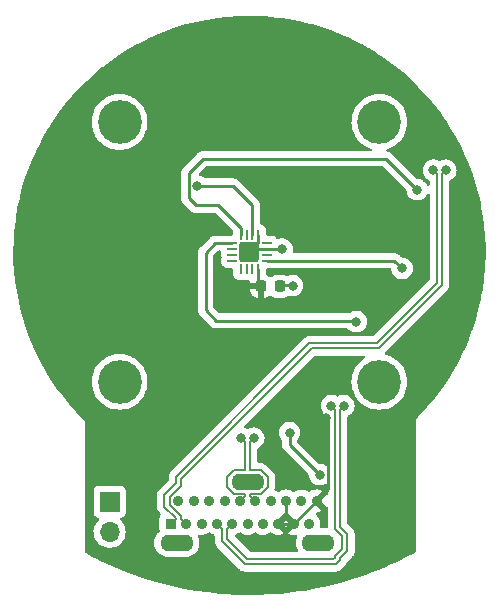
<source format=gbr>
%TF.GenerationSoftware,KiCad,Pcbnew,(6.0.0)*%
%TF.CreationDate,2022-02-14T22:10:37-06:00*%
%TF.ProjectId,MA710_encoder,4d413731-305f-4656-9e63-6f6465722e6b,rev?*%
%TF.SameCoordinates,Original*%
%TF.FileFunction,Copper,L2,Bot*%
%TF.FilePolarity,Positive*%
%FSLAX46Y46*%
G04 Gerber Fmt 4.6, Leading zero omitted, Abs format (unit mm)*
G04 Created by KiCad (PCBNEW (6.0.0)) date 2022-02-14 22:10:37*
%MOMM*%
%LPD*%
G01*
G04 APERTURE LIST*
G04 Aperture macros list*
%AMRoundRect*
0 Rectangle with rounded corners*
0 $1 Rounding radius*
0 $2 $3 $4 $5 $6 $7 $8 $9 X,Y pos of 4 corners*
0 Add a 4 corners polygon primitive as box body*
4,1,4,$2,$3,$4,$5,$6,$7,$8,$9,$2,$3,0*
0 Add four circle primitives for the rounded corners*
1,1,$1+$1,$2,$3*
1,1,$1+$1,$4,$5*
1,1,$1+$1,$6,$7*
1,1,$1+$1,$8,$9*
0 Add four rect primitives between the rounded corners*
20,1,$1+$1,$2,$3,$4,$5,0*
20,1,$1+$1,$4,$5,$6,$7,0*
20,1,$1+$1,$6,$7,$8,$9,0*
20,1,$1+$1,$8,$9,$2,$3,0*%
G04 Aperture macros list end*
%TA.AperFunction,ComponentPad*%
%ADD10R,1.700000X1.700000*%
%TD*%
%TA.AperFunction,ComponentPad*%
%ADD11O,1.700000X1.700000*%
%TD*%
%TA.AperFunction,ComponentPad*%
%ADD12R,0.900000X0.900000*%
%TD*%
%TA.AperFunction,ComponentPad*%
%ADD13C,0.900000*%
%TD*%
%TA.AperFunction,ComponentPad*%
%ADD14O,2.800000X1.400000*%
%TD*%
%TA.AperFunction,SMDPad,CuDef*%
%ADD15RoundRect,0.218750X-0.218750X-0.256250X0.218750X-0.256250X0.218750X0.256250X-0.218750X0.256250X0*%
%TD*%
%TA.AperFunction,SMDPad,CuDef*%
%ADD16RoundRect,0.062500X-0.350000X-0.062500X0.350000X-0.062500X0.350000X0.062500X-0.350000X0.062500X0*%
%TD*%
%TA.AperFunction,SMDPad,CuDef*%
%ADD17RoundRect,0.062500X-0.062500X-0.350000X0.062500X-0.350000X0.062500X0.350000X-0.062500X0.350000X0*%
%TD*%
%TA.AperFunction,SMDPad,CuDef*%
%ADD18RoundRect,0.250000X-0.600000X-0.600000X0.600000X-0.600000X0.600000X0.600000X-0.600000X0.600000X0*%
%TD*%
%TA.AperFunction,ViaPad*%
%ADD19C,0.800000*%
%TD*%
%TA.AperFunction,ViaPad*%
%ADD20C,3.700000*%
%TD*%
%TA.AperFunction,Conductor*%
%ADD21C,0.250000*%
%TD*%
%TA.AperFunction,Conductor*%
%ADD22C,0.200000*%
%TD*%
G04 APERTURE END LIST*
D10*
%TO.P,J1,1,Pin_1*%
%TO.N,TEMP_1*%
X152654000Y-136652000D03*
D11*
%TO.P,J1,2,Pin_2*%
%TO.N,GND*%
X152654000Y-139192000D03*
%TD*%
D12*
%TO.P,J4,1,1*%
%TO.N,SPI6_nSS_-*%
X157838000Y-138501000D03*
D13*
%TO.P,J4,2,2*%
%TO.N,GND*%
X158488000Y-136581000D03*
%TO.P,J4,3,3*%
%TO.N,SPI6_nSS_+*%
X159138000Y-138501000D03*
%TO.P,J4,4,4*%
%TO.N,SPI6_SCK_-*%
X159788000Y-136581000D03*
%TO.P,J4,5,5*%
%TO.N,GND*%
X160438000Y-138501000D03*
%TO.P,J4,6,6*%
%TO.N,SPI6_SCK_+*%
X161088000Y-136581000D03*
%TO.P,J4,7,7*%
%TO.N,SPI6_MOSI_-*%
X161738000Y-138501000D03*
%TO.P,J4,8,8*%
%TO.N,GND*%
X162388000Y-136581000D03*
%TO.P,J4,9,9*%
%TO.N,SPI6_MOSI_+*%
X163038000Y-138501000D03*
%TO.P,J4,10,10*%
%TO.N,SPI6_MISO_-*%
X163688000Y-136581000D03*
%TO.P,J4,11,11*%
%TO.N,GND*%
X164338000Y-138501000D03*
%TO.P,J4,12,12*%
%TO.N,SPI6_MISO_+*%
X164988000Y-136581000D03*
%TO.P,J4,13,13*%
%TO.N,TEMP_1*%
X165638000Y-138501000D03*
%TO.P,J4,14,14*%
%TO.N,unconnected-(J4-Pad14)*%
X166288000Y-136581000D03*
%TO.P,J4,15,15*%
%TO.N,+3V3*%
X166938000Y-138501000D03*
%TO.P,J4,16,16*%
X167588000Y-136581000D03*
%TO.P,J4,17,17*%
X168238000Y-138501000D03*
%TO.P,J4,18,18*%
%TO.N,unconnected-(J4-Pad18)*%
X168888000Y-136581000D03*
%TO.P,J4,19,19*%
%TO.N,GND*%
X169538000Y-138501000D03*
%TO.P,J4,20,20*%
%TO.N,+3V3*%
X170188000Y-136581000D03*
D14*
%TO.P,J4,SH1*%
%TO.N,N/C*%
X158338000Y-140121000D03*
%TO.P,J4,SH2*%
X170338000Y-140121000D03*
%TO.P,J4,SH3*%
X164338000Y-134961000D03*
%TD*%
D15*
%TO.P,C1,1*%
%TO.N,+3V3*%
X165470840Y-118427500D03*
%TO.P,C1,2*%
%TO.N,GND*%
X167045840Y-118427500D03*
%TD*%
D16*
%TO.P,U1,1,SSD*%
%TO.N,unconnected-(U1-Pad1)*%
X163037500Y-116250000D03*
%TO.P,U1,2,A*%
%TO.N,unconnected-(U1-Pad2)*%
X163037500Y-115750000D03*
%TO.P,U1,3,Z*%
%TO.N,unconnected-(U1-Pad3)*%
X163037500Y-115250000D03*
%TO.P,U1,4,MOSI*%
%TO.N,SPI6_MOSI*%
X163037500Y-114750000D03*
D17*
%TO.P,U1,5,~{CS}*%
%TO.N,SPI6_nSS*%
X163750000Y-114037500D03*
%TO.P,U1,6,B*%
%TO.N,unconnected-(U1-Pad6)*%
X164250000Y-114037500D03*
%TO.P,U1,7,MISO*%
%TO.N,SPI6_MISO*%
X164750000Y-114037500D03*
%TO.P,U1,8,GND*%
%TO.N,GND*%
X165250000Y-114037500D03*
D16*
%TO.P,U1,9,PWM*%
%TO.N,unconnected-(U1-Pad9)*%
X165962500Y-114750000D03*
%TO.P,U1,10,TEST*%
%TO.N,GND*%
X165962500Y-115250000D03*
%TO.P,U1,11,MGL*%
%TO.N,unconnected-(U1-Pad11)*%
X165962500Y-115750000D03*
%TO.P,U1,12,SCLK*%
%TO.N,SPI6_SCK*%
X165962500Y-116250000D03*
D17*
%TO.P,U1,13,VDD*%
%TO.N,+3V3*%
X165250000Y-116962500D03*
%TO.P,U1,14,NC*%
%TO.N,unconnected-(U1-Pad14)*%
X164750000Y-116962500D03*
%TO.P,U1,15,SSCK*%
%TO.N,unconnected-(U1-Pad15)*%
X164250000Y-116962500D03*
%TO.P,U1,16,MGH*%
%TO.N,unconnected-(U1-Pad16)*%
X163750000Y-116962500D03*
D18*
%TO.P,U1,17,PAD*%
%TO.N,GND*%
X164500000Y-115500000D03*
%TD*%
D19*
%TO.N,+3V3*%
X170942000Y-129540000D03*
%TO.N,TEMP_1*%
X167894000Y-130810000D03*
X170434000Y-134366000D03*
%TO.N,SPI6_MISO_-*%
X163813000Y-131265500D03*
%TO.N,SPI6_MISO_+*%
X164863000Y-131265500D03*
%TO.N,SPI6_nSS_-*%
X180069000Y-108585000D03*
%TO.N,SPI6_nSS_+*%
X181119000Y-108585000D03*
%TO.N,SPI6_MOSI_-*%
X172483000Y-128524000D03*
%TO.N,SPI6_MOSI_+*%
X171433000Y-128524000D03*
D20*
%TO.N,*%
X175500000Y-104500000D03*
X153500000Y-126500000D03*
X153500000Y-104500000D03*
X175500000Y-126500000D03*
D19*
%TO.N,GND*%
X168148000Y-118364000D03*
X167259000Y-115252500D03*
%TO.N,+3V3*%
X168993767Y-117386460D03*
X159956500Y-98425000D03*
X172402500Y-109791500D03*
%TO.N,SPI6_MISO*%
X160083500Y-109918500D03*
%TO.N,SPI6_SCK*%
X177419000Y-116903500D03*
%TO.N,SPI6_nSS*%
X178689000Y-110236000D03*
%TO.N,SPI6_MOSI*%
X173545500Y-121412000D03*
%TD*%
D21*
%TO.N,+3V3*%
X171158511Y-129756511D02*
X170942000Y-129540000D01*
X171158511Y-135610489D02*
X171158511Y-129756511D01*
X170188000Y-136581000D02*
X171158511Y-135610489D01*
%TO.N,TEMP_1*%
X167894000Y-131826000D02*
X167894000Y-130810000D01*
X170434000Y-134366000D02*
X167894000Y-131826000D01*
%TO.N,+3V3*%
X167588000Y-136581000D02*
X167588000Y-137851000D01*
X167588000Y-137851000D02*
X168238000Y-138501000D01*
X170158000Y-136581000D02*
X170188000Y-136581000D01*
X168238000Y-138501000D02*
X170158000Y-136581000D01*
X166938000Y-138501000D02*
X168238000Y-138501000D01*
D22*
%TO.N,SPI6_MISO_-*%
X164112999Y-133961480D02*
X164112999Y-131565499D01*
%TO.N,SPI6_MISO_+*%
X164563001Y-131565499D02*
X164863000Y-131265500D01*
X164563001Y-133961480D02*
X164563001Y-131565499D01*
%TO.N,SPI6_MISO_-*%
X164112999Y-131565499D02*
X163813000Y-131265500D01*
X163223986Y-133961480D02*
X164112999Y-133961480D01*
X162638480Y-134546986D02*
X163223986Y-133961480D01*
X162638480Y-135375014D02*
X162638480Y-134546986D01*
X164112999Y-135960520D02*
X163223986Y-135960520D01*
X164112999Y-136156001D02*
X164112999Y-135960520D01*
%TO.N,SPI6_MISO_+*%
X165452014Y-133961480D02*
X164563001Y-133961480D01*
X166037520Y-135375014D02*
X166037520Y-134546986D01*
X165452014Y-135960520D02*
X166037520Y-135375014D01*
X164563001Y-135960520D02*
X165452014Y-135960520D01*
%TO.N,SPI6_MISO_-*%
X163688000Y-136581000D02*
X164112999Y-136156001D01*
%TO.N,SPI6_MISO_+*%
X164563001Y-136156001D02*
X164563001Y-135960520D01*
X166037520Y-134546986D02*
X165452014Y-133961480D01*
%TO.N,SPI6_MISO_-*%
X163223986Y-135960520D02*
X162638480Y-135375014D01*
%TO.N,SPI6_MISO_+*%
X164988000Y-136581000D02*
X164563001Y-136156001D01*
%TO.N,SPI6_nSS_-*%
X180368999Y-108884999D02*
X180069000Y-108585000D01*
%TO.N,SPI6_nSS_+*%
X180819001Y-108884999D02*
X181119000Y-108585000D01*
X180819000Y-118330200D02*
X180819001Y-108884999D01*
%TO.N,SPI6_nSS_-*%
X180369000Y-118143800D02*
X180368999Y-108884999D01*
%TO.N,SPI6_nSS_+*%
X159138000Y-138501000D02*
X158713001Y-138076001D01*
X158713001Y-138076001D02*
X158713001Y-137865971D01*
X158713001Y-137865971D02*
X157738489Y-136891459D01*
X157738489Y-136891459D02*
X157738489Y-136270541D01*
X157738489Y-136270541D02*
X158713001Y-135296029D01*
X158713001Y-135296029D02*
X158713001Y-134721199D01*
X158713001Y-134721199D02*
X169765200Y-123669000D01*
X169765200Y-123669000D02*
X175480200Y-123669000D01*
X175480200Y-123669000D02*
X180819000Y-118330200D01*
%TO.N,SPI6_nSS_-*%
X157838000Y-138501000D02*
X158262999Y-138076001D01*
X158262999Y-138076001D02*
X158262999Y-138052352D01*
X158262999Y-138052352D02*
X157288498Y-137077851D01*
X157288498Y-137077851D02*
X157288498Y-136084148D01*
X157288498Y-136084148D02*
X158262999Y-135109647D01*
X158262999Y-135109647D02*
X158262999Y-134534801D01*
X175293800Y-123219000D02*
X180369000Y-118143800D01*
X158262999Y-134534801D02*
X169578800Y-123219000D01*
X169578800Y-123219000D02*
X175293800Y-123219000D01*
%TO.N,SPI6_MOSI_-*%
X172183001Y-128823999D02*
X172483000Y-128524000D01*
X172183001Y-138791819D02*
X172183001Y-128823999D01*
X172787511Y-139396329D02*
X172183001Y-138791819D01*
X172787511Y-140845670D02*
X172787511Y-139396329D01*
X172183001Y-141450181D02*
X172787511Y-140845670D01*
X172183001Y-141571199D02*
X172183001Y-141450181D01*
X171797200Y-141957000D02*
X172183001Y-141571199D01*
%TO.N,SPI6_MOSI_+*%
X171732999Y-128823999D02*
X171433000Y-128524000D01*
X171732999Y-138978201D02*
X171732999Y-128823999D01*
X172337520Y-140659278D02*
X172337520Y-139582722D01*
X172337520Y-139582722D02*
X171732999Y-138978201D01*
X171732999Y-141263799D02*
X172337520Y-140659278D01*
X171732999Y-141384801D02*
X171732999Y-141263799D01*
X171610800Y-141507000D02*
X171732999Y-141384801D01*
%TO.N,SPI6_MOSI_-*%
X164117800Y-141957000D02*
X171797200Y-141957000D01*
%TO.N,SPI6_MOSI_+*%
X164304200Y-141507000D02*
X171610800Y-141507000D01*
X162613001Y-139815801D02*
X164304200Y-141507000D01*
%TO.N,SPI6_MOSI_-*%
X162162999Y-140002199D02*
X164117800Y-141957000D01*
X162162999Y-138925999D02*
X162162999Y-140002199D01*
X161738000Y-138501000D02*
X162162999Y-138925999D01*
%TO.N,SPI6_MOSI_+*%
X163038000Y-138501000D02*
X162613001Y-138925999D01*
X162613001Y-138925999D02*
X162613001Y-139815801D01*
D21*
%TO.N,GND*%
X165250000Y-114037500D02*
X165224990Y-114062510D01*
X165224990Y-114775010D02*
X164500000Y-115500000D01*
X167256500Y-115250000D02*
X167259000Y-115252500D01*
X165224990Y-114062510D02*
X165224990Y-114775010D01*
X167045840Y-118328440D02*
X168112440Y-118328440D01*
X164750000Y-115250000D02*
X164500000Y-115500000D01*
X168112440Y-118328440D02*
X168148000Y-118364000D01*
X165962500Y-115250000D02*
X164750000Y-115250000D01*
X165962500Y-115250000D02*
X167256500Y-115250000D01*
%TO.N,+3V3*%
X165250000Y-118107600D02*
X165470840Y-118328440D01*
X165250000Y-116962500D02*
X165250000Y-118107600D01*
%TO.N,SPI6_MISO*%
X163131500Y-109918500D02*
X160083500Y-109918500D01*
X164750000Y-114037500D02*
X164750000Y-111537000D01*
X164750000Y-111537000D02*
X163131500Y-109918500D01*
%TO.N,SPI6_SCK*%
X176765500Y-116250000D02*
X177419000Y-116903500D01*
X165962500Y-116250000D02*
X176765500Y-116250000D01*
%TO.N,SPI6_nSS*%
X159358499Y-108802001D02*
X160528000Y-107632500D01*
X176085500Y-107632500D02*
X178689000Y-110236000D01*
X159358499Y-110971499D02*
X159358499Y-108802001D01*
X161861500Y-111569500D02*
X159956500Y-111569500D01*
X159956500Y-111569500D02*
X159358499Y-110971499D01*
X163750000Y-114037500D02*
X163750000Y-113458000D01*
X163750000Y-113458000D02*
X161861500Y-111569500D01*
X160528000Y-107632500D02*
X176085500Y-107632500D01*
%TO.N,SPI6_MOSI*%
X163037500Y-114750000D02*
X161602000Y-114750000D01*
X160782000Y-120459500D02*
X161671000Y-121348500D01*
X161671000Y-121348500D02*
X173482000Y-121348500D01*
X160782000Y-115570000D02*
X160782000Y-120459500D01*
X161602000Y-114750000D02*
X160782000Y-115570000D01*
X173482000Y-121348500D02*
X173545500Y-121412000D01*
%TD*%
%TA.AperFunction,Conductor*%
%TO.N,+3V3*%
G36*
X164683872Y-95513160D02*
G01*
X165283061Y-95523401D01*
X165288617Y-95523620D01*
X165944587Y-95564043D01*
X166170032Y-95577936D01*
X166175613Y-95578404D01*
X167053764Y-95671840D01*
X167059319Y-95672556D01*
X167932458Y-95804927D01*
X167937976Y-95805890D01*
X168168702Y-95851440D01*
X168804357Y-95976932D01*
X168809803Y-95978133D01*
X169257672Y-96087436D01*
X169667721Y-96187509D01*
X169673131Y-96188957D01*
X169858923Y-96243153D01*
X170520928Y-96436262D01*
X170526240Y-96437941D01*
X171362200Y-96722676D01*
X171367430Y-96724588D01*
X171545451Y-96794198D01*
X172189900Y-97046190D01*
X172195070Y-97048345D01*
X172375727Y-97128415D01*
X173002441Y-97406184D01*
X173007492Y-97408559D01*
X173266207Y-97537272D01*
X173798157Y-97801923D01*
X173803115Y-97804529D01*
X173986676Y-97906270D01*
X174575505Y-98232636D01*
X174580323Y-98235448D01*
X175332954Y-98697476D01*
X175337624Y-98700488D01*
X175503548Y-98812794D01*
X176068980Y-99195510D01*
X176073543Y-99198749D01*
X176234654Y-99318573D01*
X176782133Y-99725754D01*
X176786552Y-99729195D01*
X177471045Y-100287188D01*
X177475307Y-100290823D01*
X178134331Y-100878690D01*
X178138426Y-100882511D01*
X178770635Y-101499049D01*
X178774557Y-101503047D01*
X179378763Y-102147096D01*
X179382504Y-102151265D01*
X179957501Y-102821541D01*
X179961045Y-102825863D01*
X180349692Y-103321923D01*
X180505676Y-103521018D01*
X180509022Y-103525490D01*
X180984610Y-104191493D01*
X181022236Y-104244184D01*
X181025383Y-104248805D01*
X181185733Y-104495881D01*
X181506132Y-104989571D01*
X181509076Y-104994335D01*
X181956447Y-105755764D01*
X181959176Y-105760656D01*
X182372244Y-106541174D01*
X182374747Y-106546168D01*
X182752734Y-107344305D01*
X182755014Y-107349410D01*
X183046557Y-108043148D01*
X183097152Y-108163542D01*
X183099201Y-108168739D01*
X183383372Y-108939128D01*
X183404825Y-108997288D01*
X183406643Y-109002575D01*
X183583627Y-109557134D01*
X183675137Y-109843871D01*
X183676720Y-109849240D01*
X183863895Y-110540400D01*
X183907559Y-110701635D01*
X183908901Y-110707066D01*
X184060749Y-111386068D01*
X184101636Y-111568901D01*
X184102734Y-111574384D01*
X184213890Y-112201028D01*
X184256971Y-112443898D01*
X184257826Y-112449427D01*
X184354892Y-113185574D01*
X184373273Y-113324978D01*
X184373879Y-113330526D01*
X184448977Y-114195110D01*
X184450297Y-114210308D01*
X184450657Y-114215883D01*
X184487293Y-115083777D01*
X184487902Y-115098216D01*
X184488014Y-115103800D01*
X184487091Y-115510224D01*
X184486009Y-115986936D01*
X184485871Y-115992535D01*
X184468968Y-116354013D01*
X184444897Y-116868803D01*
X184444624Y-116874631D01*
X184444240Y-116880211D01*
X184370192Y-117690045D01*
X184363825Y-117759673D01*
X184363192Y-117765226D01*
X184244205Y-118637076D01*
X184243775Y-118640230D01*
X184242896Y-118645752D01*
X184136530Y-119229956D01*
X184084712Y-119514563D01*
X184083587Y-119520049D01*
X183886943Y-120380996D01*
X183885574Y-120386428D01*
X183653385Y-121228635D01*
X183650872Y-121237749D01*
X183649267Y-121243104D01*
X183396239Y-122023690D01*
X183376953Y-122083186D01*
X183375120Y-122088442D01*
X183100457Y-122822770D01*
X183065737Y-122915595D01*
X183063659Y-122920795D01*
X182717819Y-123733392D01*
X182715511Y-123738495D01*
X182515145Y-124156660D01*
X182333919Y-124534877D01*
X182331389Y-124539869D01*
X182052476Y-125061155D01*
X181914779Y-125318509D01*
X181912028Y-125323388D01*
X181461194Y-126082797D01*
X181458265Y-126087490D01*
X180974129Y-126826111D01*
X180970969Y-126830705D01*
X180454512Y-127547041D01*
X180451137Y-127551510D01*
X180218934Y-127845134D01*
X179961004Y-128171290D01*
X179903341Y-128244205D01*
X179899771Y-128248518D01*
X179825701Y-128334072D01*
X179321760Y-128916150D01*
X179318001Y-128920302D01*
X178750749Y-129519485D01*
X178743758Y-129526114D01*
X178737433Y-129530104D01*
X178731489Y-129536832D01*
X178724654Y-129542648D01*
X178724634Y-129542625D01*
X178723266Y-129543878D01*
X178723287Y-129543899D01*
X178716892Y-129550204D01*
X178709672Y-129555535D01*
X178704240Y-129562677D01*
X178704237Y-129562680D01*
X178679703Y-129594939D01*
X178673859Y-129602064D01*
X178641090Y-129639156D01*
X178637274Y-129647280D01*
X178632343Y-129654784D01*
X178632319Y-129654768D01*
X178631360Y-129656352D01*
X178631384Y-129656366D01*
X178627016Y-129664212D01*
X178621582Y-129671357D01*
X178603874Y-129717596D01*
X178600271Y-129726060D01*
X178579225Y-129770865D01*
X178577843Y-129779735D01*
X178575216Y-129788322D01*
X178575188Y-129788314D01*
X178574713Y-129790100D01*
X178574741Y-129790106D01*
X178572750Y-129798865D01*
X178569540Y-129807246D01*
X178568812Y-129816191D01*
X178568811Y-129816194D01*
X178565524Y-129856566D01*
X178564437Y-129865742D01*
X178562006Y-129881338D01*
X178562005Y-129886211D01*
X178562005Y-129886214D01*
X178562004Y-129894698D01*
X178561588Y-129904901D01*
X178557730Y-129952281D01*
X178559544Y-129961081D01*
X178559655Y-129962904D01*
X178561989Y-129985812D01*
X178561630Y-132140034D01*
X178560179Y-140843661D01*
X178540166Y-140911778D01*
X178494327Y-140954357D01*
X178337554Y-141039526D01*
X177916499Y-141268268D01*
X177912585Y-141270306D01*
X176996569Y-141726740D01*
X176992594Y-141728634D01*
X176317927Y-142035514D01*
X176060976Y-142152391D01*
X176056894Y-142154161D01*
X175246940Y-142488524D01*
X175110938Y-142544668D01*
X175106788Y-142546296D01*
X174147591Y-142903103D01*
X174143386Y-142904583D01*
X173172195Y-143227226D01*
X173167940Y-143228557D01*
X172185892Y-143516658D01*
X172181593Y-143517837D01*
X171472788Y-143698809D01*
X171189989Y-143771013D01*
X171185673Y-143772033D01*
X170751478Y-143866667D01*
X170185732Y-143989972D01*
X170181360Y-143990844D01*
X169174351Y-144173272D01*
X169169951Y-144173989D01*
X168692502Y-144243139D01*
X168157097Y-144320683D01*
X168152716Y-144321238D01*
X167135293Y-144432012D01*
X167130857Y-144432416D01*
X166110172Y-144507127D01*
X166105755Y-144507372D01*
X165422262Y-144533142D01*
X165083048Y-144545931D01*
X165078591Y-144546020D01*
X164490747Y-144547374D01*
X164055173Y-144548377D01*
X164050729Y-144548308D01*
X163027895Y-144514462D01*
X163023444Y-144514236D01*
X162839469Y-144501621D01*
X162002398Y-144444223D01*
X161997997Y-144443843D01*
X161489040Y-144390800D01*
X160980107Y-144337760D01*
X160975682Y-144337220D01*
X159962157Y-144195192D01*
X159957754Y-144194495D01*
X158949919Y-144016708D01*
X158945543Y-144015856D01*
X157944626Y-143802529D01*
X157940283Y-143801523D01*
X156947527Y-143552918D01*
X156943223Y-143551759D01*
X155959880Y-143268191D01*
X155955619Y-143266880D01*
X154982928Y-142948705D01*
X154978716Y-142947244D01*
X154327670Y-142708473D01*
X154017865Y-142594852D01*
X154013769Y-142593267D01*
X153065985Y-142207104D01*
X153061903Y-142205356D01*
X152128379Y-141785911D01*
X152124345Y-141784012D01*
X152019655Y-141732447D01*
X151627880Y-141539480D01*
X151206259Y-141331812D01*
X151202296Y-141329772D01*
X151064751Y-141255868D01*
X150625827Y-141020030D01*
X150575288Y-140970169D01*
X150559465Y-140908718D01*
X150563345Y-139381715D01*
X150563912Y-139158695D01*
X151291251Y-139158695D01*
X151291548Y-139163848D01*
X151291548Y-139163851D01*
X151300217Y-139314204D01*
X151304110Y-139381715D01*
X151305247Y-139386761D01*
X151305248Y-139386767D01*
X151325119Y-139474939D01*
X151353222Y-139599639D01*
X151437266Y-139806616D01*
X151439965Y-139811020D01*
X151532681Y-139962319D01*
X151553987Y-139997088D01*
X151700250Y-140165938D01*
X151872126Y-140308632D01*
X152065000Y-140421338D01*
X152273692Y-140501030D01*
X152278760Y-140502061D01*
X152278763Y-140502062D01*
X152333317Y-140513161D01*
X152492597Y-140545567D01*
X152497772Y-140545757D01*
X152497774Y-140545757D01*
X152710673Y-140553564D01*
X152710677Y-140553564D01*
X152715837Y-140553753D01*
X152720957Y-140553097D01*
X152720959Y-140553097D01*
X152932288Y-140526025D01*
X152932289Y-140526025D01*
X152937416Y-140525368D01*
X152978104Y-140513161D01*
X153146429Y-140462661D01*
X153146434Y-140462659D01*
X153151384Y-140461174D01*
X153351994Y-140362896D01*
X153533860Y-140233173D01*
X153606236Y-140161050D01*
X153608180Y-140159113D01*
X156425214Y-140159113D01*
X156451130Y-140373277D01*
X156452777Y-140378631D01*
X156452778Y-140378635D01*
X156490750Y-140502062D01*
X156514563Y-140579466D01*
X156613505Y-140771164D01*
X156633739Y-140797533D01*
X156741415Y-140937860D01*
X156741419Y-140937864D01*
X156744831Y-140942311D01*
X156760891Y-140956924D01*
X156900242Y-141083724D01*
X156900245Y-141083726D01*
X156904389Y-141087497D01*
X156909141Y-141090478D01*
X157082379Y-141199151D01*
X157082383Y-141199153D01*
X157087135Y-141202134D01*
X157256743Y-141270316D01*
X157279980Y-141279657D01*
X157287293Y-141282597D01*
X157498537Y-141326344D01*
X157503148Y-141326610D01*
X157503149Y-141326610D01*
X157551452Y-141329395D01*
X157551456Y-141329395D01*
X157553275Y-141329500D01*
X159092735Y-141329500D01*
X159095522Y-141329251D01*
X159095528Y-141329251D01*
X159162240Y-141323297D01*
X159252872Y-141315208D01*
X159382825Y-141279657D01*
X159455536Y-141259766D01*
X159455540Y-141259765D01*
X159460952Y-141258284D01*
X159655663Y-141165411D01*
X159830851Y-141039526D01*
X159948047Y-140918589D01*
X159977074Y-140888636D01*
X159977076Y-140888633D01*
X159980977Y-140884608D01*
X160101297Y-140705553D01*
X160188008Y-140508020D01*
X160238368Y-140298255D01*
X160250786Y-140082887D01*
X160224870Y-139868723D01*
X160204291Y-139801829D01*
X160163085Y-139667891D01*
X160161437Y-139662534D01*
X160144307Y-139629345D01*
X160130838Y-139559637D01*
X160157193Y-139493714D01*
X160215006Y-139452504D01*
X160271191Y-139446441D01*
X160417830Y-139463927D01*
X160423965Y-139463455D01*
X160423967Y-139463455D01*
X160599105Y-139449979D01*
X160599109Y-139449978D01*
X160605247Y-139449506D01*
X160736321Y-139412909D01*
X160780350Y-139400616D01*
X160780353Y-139400615D01*
X160786294Y-139398956D01*
X160791798Y-139396176D01*
X160791800Y-139396175D01*
X160948572Y-139316984D01*
X160948574Y-139316983D01*
X160954075Y-139314204D01*
X160958934Y-139310408D01*
X160958937Y-139310406D01*
X161008906Y-139271367D01*
X161074900Y-139245190D01*
X161144571Y-139258848D01*
X161168142Y-139274703D01*
X161188324Y-139291880D01*
X161193702Y-139294886D01*
X161193704Y-139294887D01*
X161262238Y-139333189D01*
X161352409Y-139383584D01*
X161442663Y-139412909D01*
X161467435Y-139420958D01*
X161526041Y-139461031D01*
X161553678Y-139526428D01*
X161554499Y-139540791D01*
X161554499Y-139954063D01*
X161553421Y-139970506D01*
X161549249Y-140002199D01*
X161554499Y-140042079D01*
X161554499Y-140042084D01*
X161565109Y-140122676D01*
X161570161Y-140161050D01*
X161631475Y-140309075D01*
X161636502Y-140315626D01*
X161636503Y-140315628D01*
X161704519Y-140404268D01*
X161704525Y-140404274D01*
X161729012Y-140436186D01*
X161735567Y-140441216D01*
X161754378Y-140455651D01*
X161766769Y-140466518D01*
X163653485Y-142353234D01*
X163664352Y-142365625D01*
X163683813Y-142390987D01*
X163715725Y-142415474D01*
X163715728Y-142415477D01*
X163810924Y-142488524D01*
X163958949Y-142549838D01*
X163967136Y-142550916D01*
X163967137Y-142550916D01*
X163978342Y-142552391D01*
X164009538Y-142556498D01*
X164077915Y-142565500D01*
X164077918Y-142565500D01*
X164077926Y-142565501D01*
X164109611Y-142569672D01*
X164117800Y-142570750D01*
X164149493Y-142566578D01*
X164165936Y-142565500D01*
X171749064Y-142565500D01*
X171765507Y-142566578D01*
X171797200Y-142570750D01*
X171805389Y-142569672D01*
X171837074Y-142565501D01*
X171837084Y-142565500D01*
X171837085Y-142565500D01*
X171837101Y-142565498D01*
X171936657Y-142552391D01*
X171947864Y-142550916D01*
X171947866Y-142550915D01*
X171956051Y-142549838D01*
X172104076Y-142488524D01*
X172199272Y-142415477D01*
X172199275Y-142415474D01*
X172231187Y-142390987D01*
X172236217Y-142384432D01*
X172250652Y-142365621D01*
X172261519Y-142353230D01*
X172579235Y-142035514D01*
X172591626Y-142024647D01*
X172610438Y-142010212D01*
X172616988Y-142005186D01*
X172641475Y-141973274D01*
X172641481Y-141973268D01*
X172709497Y-141884628D01*
X172709498Y-141884626D01*
X172714525Y-141878075D01*
X172774846Y-141732446D01*
X172802160Y-141691570D01*
X173183745Y-141309985D01*
X173196136Y-141299118D01*
X173214948Y-141284683D01*
X173221498Y-141279657D01*
X173245976Y-141247757D01*
X173245994Y-141247735D01*
X173307311Y-141167824D01*
X173319035Y-141152545D01*
X173380349Y-141004520D01*
X173386615Y-140956923D01*
X173392559Y-140911778D01*
X173396009Y-140885572D01*
X173396012Y-140885540D01*
X173396748Y-140879954D01*
X173401261Y-140845669D01*
X173397089Y-140813976D01*
X173396011Y-140797533D01*
X173396011Y-139444465D01*
X173397089Y-139428019D01*
X173400183Y-139404517D01*
X173401261Y-139396329D01*
X173396011Y-139356451D01*
X173396011Y-139356444D01*
X173393839Y-139339945D01*
X173381427Y-139245667D01*
X173380349Y-139237479D01*
X173359698Y-139187621D01*
X173322863Y-139098695D01*
X173322862Y-139098692D01*
X173322195Y-139097081D01*
X173322193Y-139097078D01*
X173319035Y-139089453D01*
X173245988Y-138994257D01*
X173245985Y-138994254D01*
X173221498Y-138962342D01*
X173214943Y-138957312D01*
X173196132Y-138942877D01*
X173183741Y-138932010D01*
X172828406Y-138576675D01*
X172794380Y-138514363D01*
X172791501Y-138487580D01*
X172791501Y-129462949D01*
X172811503Y-129394828D01*
X172866252Y-129347842D01*
X172939752Y-129315118D01*
X173094253Y-129202866D01*
X173184865Y-129102231D01*
X173217621Y-129065852D01*
X173217622Y-129065851D01*
X173222040Y-129060944D01*
X173317527Y-128895556D01*
X173376542Y-128713928D01*
X173379586Y-128684972D01*
X173395814Y-128530565D01*
X173396504Y-128524000D01*
X173384115Y-128406122D01*
X173377232Y-128340635D01*
X173377232Y-128340633D01*
X173376542Y-128334072D01*
X173317527Y-128152444D01*
X173222040Y-127987056D01*
X173175542Y-127935414D01*
X173098675Y-127850045D01*
X173098674Y-127850044D01*
X173094253Y-127845134D01*
X172939752Y-127732882D01*
X172933724Y-127730198D01*
X172933722Y-127730197D01*
X172771319Y-127657891D01*
X172771318Y-127657891D01*
X172765288Y-127655206D01*
X172671888Y-127635353D01*
X172584944Y-127616872D01*
X172584939Y-127616872D01*
X172578487Y-127615500D01*
X172387513Y-127615500D01*
X172381061Y-127616872D01*
X172381056Y-127616872D01*
X172294112Y-127635353D01*
X172200712Y-127655206D01*
X172194682Y-127657891D01*
X172194681Y-127657891D01*
X172032279Y-127730197D01*
X172026248Y-127732882D01*
X172020973Y-127736714D01*
X171952008Y-127753447D01*
X171895030Y-127736717D01*
X171889752Y-127732882D01*
X171883722Y-127730197D01*
X171721319Y-127657891D01*
X171721318Y-127657891D01*
X171715288Y-127655206D01*
X171621888Y-127635353D01*
X171534944Y-127616872D01*
X171534939Y-127616872D01*
X171528487Y-127615500D01*
X171337513Y-127615500D01*
X171331061Y-127616872D01*
X171331056Y-127616872D01*
X171244112Y-127635353D01*
X171150712Y-127655206D01*
X171144682Y-127657891D01*
X171144681Y-127657891D01*
X170982278Y-127730197D01*
X170982276Y-127730198D01*
X170976248Y-127732882D01*
X170821747Y-127845134D01*
X170817326Y-127850044D01*
X170817325Y-127850045D01*
X170740459Y-127935414D01*
X170693960Y-127987056D01*
X170598473Y-128152444D01*
X170539458Y-128334072D01*
X170538768Y-128340633D01*
X170538768Y-128340635D01*
X170531885Y-128406122D01*
X170519496Y-128524000D01*
X170520186Y-128530565D01*
X170536415Y-128684972D01*
X170539458Y-128713928D01*
X170598473Y-128895556D01*
X170693960Y-129060944D01*
X170698378Y-129065851D01*
X170698379Y-129065852D01*
X170731135Y-129102231D01*
X170821747Y-129202866D01*
X170976248Y-129315118D01*
X171049748Y-129347842D01*
X171103844Y-129393822D01*
X171124499Y-129462949D01*
X171124499Y-133497420D01*
X171104497Y-133565541D01*
X171050841Y-133612034D01*
X170980567Y-133622138D01*
X170924439Y-133599357D01*
X170896092Y-133578762D01*
X170890752Y-133574882D01*
X170884724Y-133572198D01*
X170884722Y-133572197D01*
X170722319Y-133499891D01*
X170722318Y-133499891D01*
X170716288Y-133497206D01*
X170622888Y-133477353D01*
X170535944Y-133458872D01*
X170535939Y-133458872D01*
X170529487Y-133457500D01*
X170473595Y-133457500D01*
X170405474Y-133437498D01*
X170384500Y-133420595D01*
X168564935Y-131601030D01*
X168530909Y-131538718D01*
X168535974Y-131467903D01*
X168560391Y-131427629D01*
X168633040Y-131346944D01*
X168728527Y-131181556D01*
X168787542Y-130999928D01*
X168807504Y-130810000D01*
X168787542Y-130620072D01*
X168728527Y-130438444D01*
X168633040Y-130273056D01*
X168592735Y-130228292D01*
X168509675Y-130136045D01*
X168509674Y-130136044D01*
X168505253Y-130131134D01*
X168350752Y-130018882D01*
X168344724Y-130016198D01*
X168344722Y-130016197D01*
X168182319Y-129943891D01*
X168182318Y-129943891D01*
X168176288Y-129941206D01*
X168071954Y-129919029D01*
X167995944Y-129902872D01*
X167995939Y-129902872D01*
X167989487Y-129901500D01*
X167798513Y-129901500D01*
X167792061Y-129902872D01*
X167792056Y-129902872D01*
X167716046Y-129919029D01*
X167611712Y-129941206D01*
X167605682Y-129943891D01*
X167605681Y-129943891D01*
X167443278Y-130016197D01*
X167443276Y-130016198D01*
X167437248Y-130018882D01*
X167282747Y-130131134D01*
X167278326Y-130136044D01*
X167278325Y-130136045D01*
X167195266Y-130228292D01*
X167154960Y-130273056D01*
X167059473Y-130438444D01*
X167000458Y-130620072D01*
X166980496Y-130810000D01*
X167000458Y-130999928D01*
X167059473Y-131181556D01*
X167154960Y-131346944D01*
X167228137Y-131428215D01*
X167258853Y-131492221D01*
X167260500Y-131512524D01*
X167260500Y-131747233D01*
X167259973Y-131758416D01*
X167258298Y-131765909D01*
X167258547Y-131773835D01*
X167258547Y-131773836D01*
X167260438Y-131833986D01*
X167260500Y-131837945D01*
X167260500Y-131865856D01*
X167260997Y-131869790D01*
X167260997Y-131869791D01*
X167261005Y-131869856D01*
X167261938Y-131881693D01*
X167263327Y-131925889D01*
X167268695Y-131944366D01*
X167268978Y-131945339D01*
X167272987Y-131964700D01*
X167275526Y-131984797D01*
X167278445Y-131992168D01*
X167278445Y-131992170D01*
X167291804Y-132025912D01*
X167295649Y-132037142D01*
X167307982Y-132079593D01*
X167312015Y-132086412D01*
X167312017Y-132086417D01*
X167318293Y-132097028D01*
X167326988Y-132114776D01*
X167334448Y-132133617D01*
X167339110Y-132140033D01*
X167339110Y-132140034D01*
X167360436Y-132169387D01*
X167366952Y-132179307D01*
X167389458Y-132217362D01*
X167403779Y-132231683D01*
X167416619Y-132246716D01*
X167428528Y-132263107D01*
X167434634Y-132268158D01*
X167462605Y-132291298D01*
X167471384Y-132299288D01*
X169486878Y-134314782D01*
X169520904Y-134377094D01*
X169523092Y-134390703D01*
X169531652Y-134472144D01*
X169538658Y-134538798D01*
X169540458Y-134555928D01*
X169599473Y-134737556D01*
X169694960Y-134902944D01*
X169699378Y-134907851D01*
X169699379Y-134907852D01*
X169758262Y-134973248D01*
X169822747Y-135044866D01*
X169977248Y-135157118D01*
X169983276Y-135159802D01*
X169983278Y-135159803D01*
X170145681Y-135232109D01*
X170151712Y-135234794D01*
X170213338Y-135247893D01*
X170332056Y-135273128D01*
X170332061Y-135273128D01*
X170338513Y-135274500D01*
X170529487Y-135274500D01*
X170535939Y-135273128D01*
X170535944Y-135273128D01*
X170654662Y-135247893D01*
X170716288Y-135234794D01*
X170722319Y-135232109D01*
X170884722Y-135159803D01*
X170884724Y-135159802D01*
X170890752Y-135157118D01*
X170924439Y-135132643D01*
X170991307Y-135108785D01*
X171060458Y-135124866D01*
X171109938Y-135175781D01*
X171124499Y-135234580D01*
X171124499Y-135986758D01*
X171104497Y-136054879D01*
X171050841Y-136101372D01*
X171041218Y-136105295D01*
X171012604Y-136115607D01*
X170560021Y-136568189D01*
X170552408Y-136582132D01*
X170552539Y-136583966D01*
X170556790Y-136590580D01*
X171007992Y-137041781D01*
X171050448Y-137064964D01*
X171058874Y-137066796D01*
X171109081Y-137116993D01*
X171124499Y-137177389D01*
X171124499Y-138786500D01*
X171104497Y-138854621D01*
X171050841Y-138901114D01*
X170998499Y-138912500D01*
X170586001Y-138912500D01*
X170517880Y-138892498D01*
X170471387Y-138838842D01*
X170461283Y-138768568D01*
X170466443Y-138746728D01*
X170475256Y-138720234D01*
X170477203Y-138714382D01*
X170500762Y-138527892D01*
X170501138Y-138501000D01*
X170482795Y-138313926D01*
X170428465Y-138133977D01*
X170340218Y-137968008D01*
X170221415Y-137822340D01*
X170216673Y-137818417D01*
X170216669Y-137818413D01*
X170148688Y-137762174D01*
X170108950Y-137703340D01*
X170107329Y-137632362D01*
X170144338Y-137571775D01*
X170208229Y-137540815D01*
X170219337Y-137539461D01*
X170349017Y-137529483D01*
X170361095Y-137527353D01*
X170530179Y-137480144D01*
X170541609Y-137475711D01*
X170646288Y-137422834D01*
X170656572Y-137413189D01*
X170654334Y-137406544D01*
X169917885Y-136670095D01*
X169883859Y-136607783D01*
X169888924Y-136536968D01*
X169917885Y-136491905D01*
X170188000Y-136221790D01*
X170648939Y-135760850D01*
X170655699Y-135748470D01*
X170651040Y-135742247D01*
X170566456Y-135696513D01*
X170555150Y-135691760D01*
X170387452Y-135639849D01*
X170375439Y-135637383D01*
X170200848Y-135619032D01*
X170188580Y-135618947D01*
X170013759Y-135634857D01*
X170001710Y-135637155D01*
X169833300Y-135686721D01*
X169821932Y-135691314D01*
X169666354Y-135772648D01*
X169656097Y-135779360D01*
X169617851Y-135810110D01*
X169552228Y-135837206D01*
X169482374Y-135824522D01*
X169458584Y-135808998D01*
X169431329Y-135786450D01*
X169431324Y-135786447D01*
X169426580Y-135782522D01*
X169421159Y-135779591D01*
X169421158Y-135779590D01*
X169285113Y-135706032D01*
X169261231Y-135693119D01*
X169081666Y-135637534D01*
X169075541Y-135636890D01*
X169075540Y-135636890D01*
X168900852Y-135618529D01*
X168900851Y-135618529D01*
X168894724Y-135617885D01*
X168817673Y-135624897D01*
X168713665Y-135634363D01*
X168713662Y-135634364D01*
X168707526Y-135634922D01*
X168701620Y-135636660D01*
X168701616Y-135636661D01*
X168600542Y-135666409D01*
X168527202Y-135687994D01*
X168495830Y-135704395D01*
X168387841Y-135760850D01*
X168360621Y-135775080D01*
X168317058Y-135810106D01*
X168251438Y-135837201D01*
X168181583Y-135824518D01*
X168157793Y-135808993D01*
X168131048Y-135786867D01*
X168120877Y-135780007D01*
X167966456Y-135696512D01*
X167955150Y-135691760D01*
X167787452Y-135639849D01*
X167775439Y-135637383D01*
X167600848Y-135619032D01*
X167588580Y-135618947D01*
X167413759Y-135634857D01*
X167401710Y-135637155D01*
X167233300Y-135686721D01*
X167221932Y-135691314D01*
X167066354Y-135772648D01*
X167056097Y-135779360D01*
X167017851Y-135810110D01*
X166952228Y-135837206D01*
X166882374Y-135824522D01*
X166858584Y-135808998D01*
X166831329Y-135786450D01*
X166831324Y-135786447D01*
X166826580Y-135782522D01*
X166682084Y-135704394D01*
X166631676Y-135654401D01*
X166616298Y-135585090D01*
X166625604Y-135545340D01*
X166627199Y-135541490D01*
X166630358Y-135533864D01*
X166651271Y-135375014D01*
X166647098Y-135343315D01*
X166646020Y-135326870D01*
X166646020Y-134595130D01*
X166647098Y-134578684D01*
X166650193Y-134555174D01*
X166651271Y-134546986D01*
X166630358Y-134388136D01*
X166625785Y-134377094D01*
X166572204Y-134247740D01*
X166569044Y-134240110D01*
X166495998Y-134144915D01*
X166495994Y-134144911D01*
X166486653Y-134132737D01*
X166476536Y-134119552D01*
X166476531Y-134119547D01*
X166471507Y-134112999D01*
X166464161Y-134107362D01*
X166446141Y-134093534D01*
X166433750Y-134082667D01*
X165916329Y-133565246D01*
X165905462Y-133552855D01*
X165891027Y-133534043D01*
X165886001Y-133527493D01*
X165854089Y-133503006D01*
X165854083Y-133503000D01*
X165765443Y-133434984D01*
X165765441Y-133434983D01*
X165758890Y-133429956D01*
X165610865Y-133368642D01*
X165602678Y-133367564D01*
X165602677Y-133367564D01*
X165591472Y-133366089D01*
X165560276Y-133361982D01*
X165491899Y-133352980D01*
X165491896Y-133352980D01*
X165491888Y-133352979D01*
X165460203Y-133348808D01*
X165452014Y-133347730D01*
X165420321Y-133351902D01*
X165403878Y-133352980D01*
X165297501Y-133352980D01*
X165229380Y-133332978D01*
X165182887Y-133279322D01*
X165171501Y-133226980D01*
X165171501Y-132204449D01*
X165191503Y-132136328D01*
X165246252Y-132089342D01*
X165285241Y-132071983D01*
X165319752Y-132056618D01*
X165474253Y-131944366D01*
X165478675Y-131939455D01*
X165597621Y-131807352D01*
X165597622Y-131807351D01*
X165602040Y-131802444D01*
X165697527Y-131637056D01*
X165756542Y-131455428D01*
X165759403Y-131428213D01*
X165775814Y-131272065D01*
X165776504Y-131265500D01*
X165756542Y-131075572D01*
X165697527Y-130893944D01*
X165602040Y-130728556D01*
X165474253Y-130586634D01*
X165319752Y-130474382D01*
X165313724Y-130471698D01*
X165313722Y-130471697D01*
X165151319Y-130399391D01*
X165151318Y-130399391D01*
X165145288Y-130396706D01*
X165051888Y-130376853D01*
X164964944Y-130358372D01*
X164964939Y-130358372D01*
X164958487Y-130357000D01*
X164767513Y-130357000D01*
X164761061Y-130358372D01*
X164761056Y-130358372D01*
X164674112Y-130376853D01*
X164580712Y-130396706D01*
X164574682Y-130399391D01*
X164574681Y-130399391D01*
X164412279Y-130471697D01*
X164406248Y-130474382D01*
X164400973Y-130478214D01*
X164332008Y-130494947D01*
X164275030Y-130478217D01*
X164269752Y-130474382D01*
X164263724Y-130471698D01*
X164126289Y-130410508D01*
X164072193Y-130364528D01*
X164051544Y-130296600D01*
X164070896Y-130228292D01*
X164088443Y-130206306D01*
X169980344Y-124314405D01*
X170042656Y-124280379D01*
X170069439Y-124277500D01*
X174165652Y-124277500D01*
X174233773Y-124297502D01*
X174280266Y-124351158D01*
X174290370Y-124421432D01*
X174260876Y-124486012D01*
X174235655Y-124508264D01*
X174061155Y-124624861D01*
X174058061Y-124627575D01*
X174058055Y-124627579D01*
X173949600Y-124722692D01*
X173828710Y-124828710D01*
X173826001Y-124831799D01*
X173627579Y-125058055D01*
X173627575Y-125058061D01*
X173624861Y-125061155D01*
X173453096Y-125318220D01*
X173437223Y-125350407D01*
X173318180Y-125591800D01*
X173318177Y-125591808D01*
X173316354Y-125595504D01*
X173216975Y-125888265D01*
X173156660Y-126191493D01*
X173156391Y-126195604D01*
X173156390Y-126195608D01*
X173152239Y-126258940D01*
X173136439Y-126500000D01*
X173156660Y-126808507D01*
X173216975Y-127111735D01*
X173316354Y-127404496D01*
X173318177Y-127408192D01*
X173318180Y-127408200D01*
X173420410Y-127615500D01*
X173453096Y-127681780D01*
X173455390Y-127685213D01*
X173455391Y-127685215D01*
X173565527Y-127850045D01*
X173624861Y-127938845D01*
X173627575Y-127941939D01*
X173627579Y-127941945D01*
X173812182Y-128152444D01*
X173828710Y-128171290D01*
X173831799Y-128173999D01*
X174058055Y-128372421D01*
X174058061Y-128372425D01*
X174061155Y-128375139D01*
X174064581Y-128377428D01*
X174064586Y-128377432D01*
X174104387Y-128404026D01*
X174318219Y-128546904D01*
X174321918Y-128548728D01*
X174321923Y-128548731D01*
X174464435Y-128619010D01*
X174595504Y-128683646D01*
X174599409Y-128684971D01*
X174599410Y-128684972D01*
X174884358Y-128781699D01*
X174884361Y-128781700D01*
X174888265Y-128783025D01*
X175114961Y-128828117D01*
X175187450Y-128842536D01*
X175187453Y-128842536D01*
X175191493Y-128843340D01*
X175195604Y-128843609D01*
X175195608Y-128843610D01*
X175495881Y-128863291D01*
X175500000Y-128863561D01*
X175504119Y-128863291D01*
X175804392Y-128843610D01*
X175804396Y-128843609D01*
X175808507Y-128843340D01*
X175812547Y-128842536D01*
X175812550Y-128842536D01*
X175885039Y-128828117D01*
X176111735Y-128783025D01*
X176115639Y-128781700D01*
X176115642Y-128781699D01*
X176400590Y-128684972D01*
X176400591Y-128684971D01*
X176404496Y-128683646D01*
X176535565Y-128619010D01*
X176678077Y-128548731D01*
X176678082Y-128548728D01*
X176681781Y-128546904D01*
X176895613Y-128404026D01*
X176935414Y-128377432D01*
X176935419Y-128377428D01*
X176938845Y-128375139D01*
X176941939Y-128372425D01*
X176941945Y-128372421D01*
X177168201Y-128173999D01*
X177171290Y-128171290D01*
X177187818Y-128152444D01*
X177372421Y-127941945D01*
X177372425Y-127941939D01*
X177375139Y-127938845D01*
X177434474Y-127850045D01*
X177544609Y-127685215D01*
X177544610Y-127685213D01*
X177546904Y-127681780D01*
X177579590Y-127615500D01*
X177681820Y-127408200D01*
X177681823Y-127408192D01*
X177683646Y-127404496D01*
X177783025Y-127111735D01*
X177843340Y-126808507D01*
X177863561Y-126500000D01*
X177847761Y-126258940D01*
X177843610Y-126195608D01*
X177843609Y-126195604D01*
X177843340Y-126191493D01*
X177783025Y-125888265D01*
X177683646Y-125595504D01*
X177681823Y-125591808D01*
X177681820Y-125591800D01*
X177562777Y-125350407D01*
X177546904Y-125318220D01*
X177375139Y-125061155D01*
X177372425Y-125058061D01*
X177372421Y-125058055D01*
X177173999Y-124831799D01*
X177171290Y-124828710D01*
X177050400Y-124722692D01*
X176941945Y-124627579D01*
X176941939Y-124627575D01*
X176938845Y-124624861D01*
X176935415Y-124622569D01*
X176935414Y-124622568D01*
X176731043Y-124486012D01*
X176681781Y-124453096D01*
X176678082Y-124451272D01*
X176678077Y-124451269D01*
X176475071Y-124351158D01*
X176404496Y-124316354D01*
X176400581Y-124315025D01*
X176115642Y-124218301D01*
X176115639Y-124218300D01*
X176111735Y-124216975D01*
X176107695Y-124216171D01*
X176107686Y-124216169D01*
X176082734Y-124211206D01*
X176076894Y-124210045D01*
X176013984Y-124177139D01*
X175978851Y-124115445D01*
X175982649Y-124044550D01*
X176012378Y-123997371D01*
X181215234Y-118794515D01*
X181227625Y-118783648D01*
X181246437Y-118769213D01*
X181252987Y-118764187D01*
X181277474Y-118732275D01*
X181277477Y-118732272D01*
X181350523Y-118637076D01*
X181350524Y-118637075D01*
X181411838Y-118489050D01*
X181427500Y-118370085D01*
X181427500Y-118370078D01*
X181432750Y-118330200D01*
X181428578Y-118298507D01*
X181427500Y-118282064D01*
X181427501Y-109523949D01*
X181447503Y-109455828D01*
X181502252Y-109408842D01*
X181526395Y-109398093D01*
X181575752Y-109376118D01*
X181588019Y-109367206D01*
X181673198Y-109305319D01*
X181730253Y-109263866D01*
X181734675Y-109258955D01*
X181853621Y-109126852D01*
X181853622Y-109126851D01*
X181858040Y-109121944D01*
X181953527Y-108956556D01*
X182012542Y-108774928D01*
X182013908Y-108761936D01*
X182031814Y-108591565D01*
X182032504Y-108585000D01*
X182020491Y-108470700D01*
X182013232Y-108401635D01*
X182013232Y-108401633D01*
X182012542Y-108395072D01*
X181953527Y-108213444D01*
X181926209Y-108166127D01*
X181861341Y-108053774D01*
X181858040Y-108048056D01*
X181730253Y-107906134D01*
X181575752Y-107793882D01*
X181569724Y-107791198D01*
X181569722Y-107791197D01*
X181407319Y-107718891D01*
X181407318Y-107718891D01*
X181401288Y-107716206D01*
X181307888Y-107696353D01*
X181220944Y-107677872D01*
X181220939Y-107677872D01*
X181214487Y-107676500D01*
X181023513Y-107676500D01*
X181017061Y-107677872D01*
X181017056Y-107677872D01*
X180930112Y-107696353D01*
X180836712Y-107716206D01*
X180830682Y-107718891D01*
X180830681Y-107718891D01*
X180668279Y-107791197D01*
X180662248Y-107793882D01*
X180656973Y-107797714D01*
X180588008Y-107814447D01*
X180531030Y-107797717D01*
X180525752Y-107793882D01*
X180519722Y-107791197D01*
X180357319Y-107718891D01*
X180357318Y-107718891D01*
X180351288Y-107716206D01*
X180257888Y-107696353D01*
X180170944Y-107677872D01*
X180170939Y-107677872D01*
X180164487Y-107676500D01*
X179973513Y-107676500D01*
X179967061Y-107677872D01*
X179967056Y-107677872D01*
X179880112Y-107696353D01*
X179786712Y-107716206D01*
X179780682Y-107718891D01*
X179780681Y-107718891D01*
X179618278Y-107791197D01*
X179618276Y-107791198D01*
X179612248Y-107793882D01*
X179457747Y-107906134D01*
X179329960Y-108048056D01*
X179326659Y-108053774D01*
X179261792Y-108166127D01*
X179234473Y-108213444D01*
X179175458Y-108395072D01*
X179174768Y-108401633D01*
X179174768Y-108401635D01*
X179167509Y-108470700D01*
X179155496Y-108585000D01*
X179156186Y-108591565D01*
X179174093Y-108761936D01*
X179175458Y-108774928D01*
X179234473Y-108956556D01*
X179329960Y-109121944D01*
X179334378Y-109126851D01*
X179334379Y-109126852D01*
X179453325Y-109258955D01*
X179457747Y-109263866D01*
X179514802Y-109305319D01*
X179599982Y-109367206D01*
X179612248Y-109376118D01*
X179661605Y-109398093D01*
X179685748Y-109408842D01*
X179739844Y-109454822D01*
X179760499Y-109523949D01*
X179760499Y-109805606D01*
X179740497Y-109873727D01*
X179686841Y-109920220D01*
X179616567Y-109930324D01*
X179551987Y-109900830D01*
X179524571Y-109863841D01*
X179523527Y-109864444D01*
X179431341Y-109704774D01*
X179428040Y-109699056D01*
X179300253Y-109557134D01*
X179173245Y-109464857D01*
X179151094Y-109448763D01*
X179151093Y-109448762D01*
X179145752Y-109444882D01*
X179139724Y-109442198D01*
X179139722Y-109442197D01*
X178977319Y-109369891D01*
X178977318Y-109369891D01*
X178971288Y-109367206D01*
X178877888Y-109347353D01*
X178790944Y-109328872D01*
X178790939Y-109328872D01*
X178784487Y-109327500D01*
X178728594Y-109327500D01*
X178660473Y-109307498D01*
X178639499Y-109290595D01*
X177617784Y-108268879D01*
X176589152Y-107240247D01*
X176581612Y-107231961D01*
X176577500Y-107225482D01*
X176527848Y-107178856D01*
X176525007Y-107176102D01*
X176505270Y-107156365D01*
X176502073Y-107153885D01*
X176493051Y-107146180D01*
X176479616Y-107133564D01*
X176460821Y-107115914D01*
X176453875Y-107112095D01*
X176453872Y-107112093D01*
X176443066Y-107106152D01*
X176426547Y-107095301D01*
X176426083Y-107094941D01*
X176410541Y-107082886D01*
X176403272Y-107079741D01*
X176403268Y-107079738D01*
X176369963Y-107065326D01*
X176359313Y-107060109D01*
X176320560Y-107038805D01*
X176300937Y-107033767D01*
X176282234Y-107027363D01*
X176270920Y-107022467D01*
X176270919Y-107022467D01*
X176263645Y-107019319D01*
X176255822Y-107018080D01*
X176255812Y-107018077D01*
X176219976Y-107012401D01*
X176208357Y-107009995D01*
X176182692Y-107003406D01*
X176121685Y-106967093D01*
X176089995Y-106903562D01*
X176097683Y-106832982D01*
X176142309Y-106777764D01*
X176173523Y-106762051D01*
X176400590Y-106684972D01*
X176400591Y-106684971D01*
X176404496Y-106683646D01*
X176535565Y-106619010D01*
X176678077Y-106548731D01*
X176678082Y-106548728D01*
X176681781Y-106546904D01*
X176741682Y-106506879D01*
X176935414Y-106377432D01*
X176935419Y-106377428D01*
X176938845Y-106375139D01*
X176941939Y-106372425D01*
X176941945Y-106372421D01*
X177168201Y-106173999D01*
X177171290Y-106171290D01*
X177224321Y-106110820D01*
X177372421Y-105941945D01*
X177372425Y-105941939D01*
X177375139Y-105938845D01*
X177495866Y-105758165D01*
X177544609Y-105685215D01*
X177544610Y-105685213D01*
X177546904Y-105681780D01*
X177571279Y-105632352D01*
X177681820Y-105408200D01*
X177681823Y-105408192D01*
X177683646Y-105404496D01*
X177764966Y-105164936D01*
X177781699Y-105115642D01*
X177781700Y-105115639D01*
X177783025Y-105111735D01*
X177843340Y-104808507D01*
X177863561Y-104500000D01*
X177857964Y-104414609D01*
X177843610Y-104195608D01*
X177843609Y-104195604D01*
X177843340Y-104191493D01*
X177783025Y-103888265D01*
X177683646Y-103595504D01*
X177681823Y-103591808D01*
X177681820Y-103591800D01*
X177548730Y-103321923D01*
X177546904Y-103318220D01*
X177375139Y-103061155D01*
X177372425Y-103058061D01*
X177372421Y-103058055D01*
X177173999Y-102831799D01*
X177171290Y-102828710D01*
X177163115Y-102821541D01*
X176941945Y-102627579D01*
X176941939Y-102627575D01*
X176938845Y-102624861D01*
X176935419Y-102622572D01*
X176935414Y-102622568D01*
X176741682Y-102493121D01*
X176681781Y-102453096D01*
X176678082Y-102451272D01*
X176678077Y-102451269D01*
X176535565Y-102380990D01*
X176404496Y-102316354D01*
X176348412Y-102297316D01*
X176115642Y-102218301D01*
X176115639Y-102218300D01*
X176111735Y-102216975D01*
X175885039Y-102171883D01*
X175812550Y-102157464D01*
X175812547Y-102157464D01*
X175808507Y-102156660D01*
X175804396Y-102156391D01*
X175804392Y-102156390D01*
X175504119Y-102136709D01*
X175500000Y-102136439D01*
X175495881Y-102136709D01*
X175195608Y-102156390D01*
X175195604Y-102156391D01*
X175191493Y-102156660D01*
X175187453Y-102157464D01*
X175187450Y-102157464D01*
X175114961Y-102171883D01*
X174888265Y-102216975D01*
X174884361Y-102218300D01*
X174884358Y-102218301D01*
X174651588Y-102297316D01*
X174595504Y-102316354D01*
X174591808Y-102318177D01*
X174591800Y-102318180D01*
X174367648Y-102428721D01*
X174318220Y-102453096D01*
X174314787Y-102455390D01*
X174314785Y-102455391D01*
X174064586Y-102622568D01*
X174064581Y-102622572D01*
X174061155Y-102624861D01*
X174058061Y-102627575D01*
X174058055Y-102627579D01*
X173836885Y-102821541D01*
X173828710Y-102828710D01*
X173826001Y-102831799D01*
X173627579Y-103058055D01*
X173627575Y-103058061D01*
X173624861Y-103061155D01*
X173453096Y-103318220D01*
X173451270Y-103321923D01*
X173318180Y-103591800D01*
X173318177Y-103591808D01*
X173316354Y-103595504D01*
X173216975Y-103888265D01*
X173156660Y-104191493D01*
X173156391Y-104195604D01*
X173156390Y-104195608D01*
X173142036Y-104414609D01*
X173136439Y-104500000D01*
X173156660Y-104808507D01*
X173216975Y-105111735D01*
X173218300Y-105115639D01*
X173218301Y-105115642D01*
X173235034Y-105164936D01*
X173316354Y-105404496D01*
X173318177Y-105408192D01*
X173318180Y-105408200D01*
X173428721Y-105632352D01*
X173453096Y-105681780D01*
X173455390Y-105685213D01*
X173455391Y-105685215D01*
X173504135Y-105758165D01*
X173624861Y-105938845D01*
X173627575Y-105941939D01*
X173627579Y-105941945D01*
X173775679Y-106110820D01*
X173828710Y-106171290D01*
X173831799Y-106173999D01*
X174058055Y-106372421D01*
X174058061Y-106372425D01*
X174061155Y-106375139D01*
X174064581Y-106377428D01*
X174064586Y-106377432D01*
X174258318Y-106506879D01*
X174318219Y-106546904D01*
X174321918Y-106548728D01*
X174321923Y-106548731D01*
X174464435Y-106619010D01*
X174595504Y-106683646D01*
X174599409Y-106684971D01*
X174599410Y-106684972D01*
X174801838Y-106753687D01*
X174859915Y-106794524D01*
X174886693Y-106860277D01*
X174873672Y-106930069D01*
X174824985Y-106981742D01*
X174761337Y-106999000D01*
X160606767Y-106999000D01*
X160595584Y-106998473D01*
X160588091Y-106996798D01*
X160580165Y-106997047D01*
X160580164Y-106997047D01*
X160520014Y-106998938D01*
X160516055Y-106999000D01*
X160488144Y-106999000D01*
X160484210Y-106999497D01*
X160484209Y-106999497D01*
X160484144Y-106999505D01*
X160472307Y-107000438D01*
X160440490Y-107001438D01*
X160436029Y-107001578D01*
X160428110Y-107001827D01*
X160410454Y-107006956D01*
X160408658Y-107007478D01*
X160389306Y-107011486D01*
X160382235Y-107012380D01*
X160369203Y-107014026D01*
X160361834Y-107016943D01*
X160361832Y-107016944D01*
X160328097Y-107030300D01*
X160316869Y-107034145D01*
X160274407Y-107046482D01*
X160267585Y-107050516D01*
X160267579Y-107050519D01*
X160256968Y-107056794D01*
X160239218Y-107065490D01*
X160227756Y-107070028D01*
X160227751Y-107070031D01*
X160220383Y-107072948D01*
X160202970Y-107085599D01*
X160184625Y-107098927D01*
X160174707Y-107105443D01*
X160163463Y-107112093D01*
X160136637Y-107127958D01*
X160122313Y-107142282D01*
X160107281Y-107155121D01*
X160090893Y-107167028D01*
X160062712Y-107201093D01*
X160054722Y-107209873D01*
X158966246Y-108298349D01*
X158957960Y-108305889D01*
X158951481Y-108310001D01*
X158946056Y-108315778D01*
X158904856Y-108359652D01*
X158902101Y-108362494D01*
X158882364Y-108382231D01*
X158879884Y-108385428D01*
X158872181Y-108394448D01*
X158841913Y-108426680D01*
X158838094Y-108433626D01*
X158838092Y-108433629D01*
X158832151Y-108444435D01*
X158821300Y-108460954D01*
X158808885Y-108476960D01*
X158805740Y-108484229D01*
X158805737Y-108484233D01*
X158791325Y-108517538D01*
X158786108Y-108528188D01*
X158764804Y-108566941D01*
X158762833Y-108574616D01*
X158762833Y-108574617D01*
X158759766Y-108586563D01*
X158753362Y-108605267D01*
X158745318Y-108623856D01*
X158744079Y-108631679D01*
X158744076Y-108631689D01*
X158738400Y-108667525D01*
X158735994Y-108679145D01*
X158724999Y-108721971D01*
X158724999Y-108742225D01*
X158723448Y-108761935D01*
X158720279Y-108781944D01*
X158721025Y-108789836D01*
X158724440Y-108825962D01*
X158724999Y-108837820D01*
X158724999Y-110892732D01*
X158724472Y-110903915D01*
X158722797Y-110911408D01*
X158723046Y-110919334D01*
X158723046Y-110919335D01*
X158724937Y-110979485D01*
X158724999Y-110983444D01*
X158724999Y-111011355D01*
X158725496Y-111015289D01*
X158725496Y-111015290D01*
X158725504Y-111015355D01*
X158726437Y-111027192D01*
X158727826Y-111071388D01*
X158731252Y-111083180D01*
X158733477Y-111090838D01*
X158737486Y-111110199D01*
X158740025Y-111130296D01*
X158742944Y-111137667D01*
X158742944Y-111137669D01*
X158756303Y-111171411D01*
X158760148Y-111182641D01*
X158772481Y-111225092D01*
X158776514Y-111231911D01*
X158776516Y-111231916D01*
X158782792Y-111242527D01*
X158791487Y-111260275D01*
X158798947Y-111279116D01*
X158803609Y-111285532D01*
X158803609Y-111285533D01*
X158824935Y-111314886D01*
X158831451Y-111324806D01*
X158838721Y-111337098D01*
X158853957Y-111362861D01*
X158868278Y-111377182D01*
X158881118Y-111392215D01*
X158893027Y-111408606D01*
X158918275Y-111429493D01*
X158927092Y-111436787D01*
X158935873Y-111444777D01*
X159452853Y-111961758D01*
X159460387Y-111970037D01*
X159464500Y-111976518D01*
X159514151Y-112023143D01*
X159516993Y-112025898D01*
X159536730Y-112045635D01*
X159539927Y-112048115D01*
X159548947Y-112055818D01*
X159581179Y-112086086D01*
X159588125Y-112089905D01*
X159588128Y-112089907D01*
X159598934Y-112095848D01*
X159615453Y-112106699D01*
X159631459Y-112119114D01*
X159638728Y-112122259D01*
X159638732Y-112122262D01*
X159672037Y-112136674D01*
X159682687Y-112141891D01*
X159721440Y-112163195D01*
X159729115Y-112165166D01*
X159729116Y-112165166D01*
X159741062Y-112168233D01*
X159759767Y-112174637D01*
X159778355Y-112182681D01*
X159786178Y-112183920D01*
X159786188Y-112183923D01*
X159822024Y-112189599D01*
X159833644Y-112192005D01*
X159868789Y-112201028D01*
X159876470Y-112203000D01*
X159896724Y-112203000D01*
X159916434Y-112204551D01*
X159936443Y-112207720D01*
X159944335Y-112206974D01*
X159980461Y-112203559D01*
X159992319Y-112203000D01*
X161546906Y-112203000D01*
X161615027Y-112223002D01*
X161636001Y-112239905D01*
X163079595Y-113683499D01*
X163113621Y-113745811D01*
X163116500Y-113772594D01*
X163116500Y-113990500D01*
X163096498Y-114058621D01*
X163042842Y-114105114D01*
X162990500Y-114116500D01*
X161680767Y-114116500D01*
X161669584Y-114115973D01*
X161662091Y-114114298D01*
X161654165Y-114114547D01*
X161654164Y-114114547D01*
X161594014Y-114116438D01*
X161590055Y-114116500D01*
X161562144Y-114116500D01*
X161558210Y-114116997D01*
X161558209Y-114116997D01*
X161558144Y-114117005D01*
X161546307Y-114117938D01*
X161514490Y-114118938D01*
X161510029Y-114119078D01*
X161502110Y-114119327D01*
X161484454Y-114124456D01*
X161482658Y-114124978D01*
X161463306Y-114128986D01*
X161456235Y-114129880D01*
X161443203Y-114131526D01*
X161435834Y-114134443D01*
X161435832Y-114134444D01*
X161402097Y-114147800D01*
X161390869Y-114151645D01*
X161348407Y-114163982D01*
X161341584Y-114168017D01*
X161341582Y-114168018D01*
X161330972Y-114174293D01*
X161313224Y-114182988D01*
X161294383Y-114190448D01*
X161287967Y-114195110D01*
X161287966Y-114195110D01*
X161258613Y-114216436D01*
X161248693Y-114222952D01*
X161217465Y-114241420D01*
X161217462Y-114241422D01*
X161210638Y-114245458D01*
X161196317Y-114259779D01*
X161181284Y-114272619D01*
X161164893Y-114284528D01*
X161159842Y-114290633D01*
X161159837Y-114290638D01*
X161136701Y-114318604D01*
X161128713Y-114327382D01*
X160389747Y-115066348D01*
X160381461Y-115073888D01*
X160374982Y-115078000D01*
X160369557Y-115083777D01*
X160328357Y-115127651D01*
X160325602Y-115130493D01*
X160305865Y-115150230D01*
X160303385Y-115153427D01*
X160295682Y-115162447D01*
X160265414Y-115194679D01*
X160261595Y-115201625D01*
X160261593Y-115201628D01*
X160255652Y-115212434D01*
X160244801Y-115228953D01*
X160232386Y-115244959D01*
X160229241Y-115252228D01*
X160229238Y-115252232D01*
X160214826Y-115285537D01*
X160209609Y-115296187D01*
X160188305Y-115334940D01*
X160186334Y-115342615D01*
X160186334Y-115342616D01*
X160183267Y-115354562D01*
X160176863Y-115373266D01*
X160172435Y-115383500D01*
X160168819Y-115391855D01*
X160167580Y-115399678D01*
X160167577Y-115399688D01*
X160161901Y-115435524D01*
X160159495Y-115447144D01*
X160158360Y-115451566D01*
X160148500Y-115489970D01*
X160148500Y-115510224D01*
X160146949Y-115529934D01*
X160143780Y-115549943D01*
X160144526Y-115557835D01*
X160147941Y-115593961D01*
X160148500Y-115605819D01*
X160148500Y-120380733D01*
X160147973Y-120391916D01*
X160146298Y-120399409D01*
X160146547Y-120407335D01*
X160146547Y-120407336D01*
X160148438Y-120467486D01*
X160148500Y-120471445D01*
X160148500Y-120499356D01*
X160148997Y-120503290D01*
X160148997Y-120503291D01*
X160149005Y-120503356D01*
X160149938Y-120515193D01*
X160151327Y-120559389D01*
X160156978Y-120578839D01*
X160160987Y-120598200D01*
X160163526Y-120618297D01*
X160166445Y-120625668D01*
X160166445Y-120625670D01*
X160179804Y-120659412D01*
X160183649Y-120670642D01*
X160195982Y-120713093D01*
X160200015Y-120719912D01*
X160200017Y-120719917D01*
X160206293Y-120730528D01*
X160214988Y-120748276D01*
X160222448Y-120767117D01*
X160227110Y-120773533D01*
X160227110Y-120773534D01*
X160248436Y-120802887D01*
X160254952Y-120812807D01*
X160277458Y-120850862D01*
X160291779Y-120865183D01*
X160304619Y-120880216D01*
X160316528Y-120896607D01*
X160322633Y-120901658D01*
X160322638Y-120901663D01*
X160350604Y-120924799D01*
X160359382Y-120932787D01*
X161167348Y-121740753D01*
X161174888Y-121749039D01*
X161179000Y-121755518D01*
X161184777Y-121760943D01*
X161228651Y-121802143D01*
X161231493Y-121804898D01*
X161251230Y-121824635D01*
X161254427Y-121827115D01*
X161263447Y-121834818D01*
X161295679Y-121865086D01*
X161302625Y-121868905D01*
X161302628Y-121868907D01*
X161313434Y-121874848D01*
X161329953Y-121885699D01*
X161345959Y-121898114D01*
X161353228Y-121901259D01*
X161353232Y-121901262D01*
X161386537Y-121915674D01*
X161397187Y-121920891D01*
X161435940Y-121942195D01*
X161443615Y-121944166D01*
X161443616Y-121944166D01*
X161455562Y-121947233D01*
X161474267Y-121953637D01*
X161492855Y-121961681D01*
X161500678Y-121962920D01*
X161500688Y-121962923D01*
X161536524Y-121968599D01*
X161548144Y-121971005D01*
X161583289Y-121980028D01*
X161590970Y-121982000D01*
X161611224Y-121982000D01*
X161630934Y-121983551D01*
X161650943Y-121986720D01*
X161658835Y-121985974D01*
X161694961Y-121982559D01*
X161706819Y-121982000D01*
X172780126Y-121982000D01*
X172848247Y-122002002D01*
X172873757Y-122023685D01*
X172934247Y-122090866D01*
X173088748Y-122203118D01*
X173094776Y-122205802D01*
X173094778Y-122205803D01*
X173257181Y-122278109D01*
X173263212Y-122280794D01*
X173356613Y-122300647D01*
X173443556Y-122319128D01*
X173443561Y-122319128D01*
X173450013Y-122320500D01*
X173640987Y-122320500D01*
X173647439Y-122319128D01*
X173647444Y-122319128D01*
X173734387Y-122300647D01*
X173827788Y-122280794D01*
X173833819Y-122278109D01*
X173996222Y-122205803D01*
X173996224Y-122205802D01*
X174002252Y-122203118D01*
X174156753Y-122090866D01*
X174161175Y-122085955D01*
X174280121Y-121953852D01*
X174280122Y-121953851D01*
X174284540Y-121948944D01*
X174354882Y-121827108D01*
X174376723Y-121789279D01*
X174376724Y-121789278D01*
X174380027Y-121783556D01*
X174439042Y-121601928D01*
X174459004Y-121412000D01*
X174439042Y-121222072D01*
X174380027Y-121040444D01*
X174284540Y-120875056D01*
X174187352Y-120767117D01*
X174161175Y-120738045D01*
X174161174Y-120738044D01*
X174156753Y-120733134D01*
X174002252Y-120620882D01*
X173996224Y-120618198D01*
X173996222Y-120618197D01*
X173833819Y-120545891D01*
X173833818Y-120545891D01*
X173827788Y-120543206D01*
X173734387Y-120523353D01*
X173647444Y-120504872D01*
X173647439Y-120504872D01*
X173640987Y-120503500D01*
X173450013Y-120503500D01*
X173443561Y-120504872D01*
X173443556Y-120504872D01*
X173356613Y-120523353D01*
X173263212Y-120543206D01*
X173257182Y-120545891D01*
X173257181Y-120545891D01*
X173094778Y-120618197D01*
X173094776Y-120618198D01*
X173088748Y-120620882D01*
X173083407Y-120624762D01*
X173083406Y-120624763D01*
X172992327Y-120690936D01*
X172925459Y-120714795D01*
X172918266Y-120715000D01*
X161985595Y-120715000D01*
X161917474Y-120694998D01*
X161896499Y-120678095D01*
X161452404Y-120233999D01*
X161418379Y-120171687D01*
X161415500Y-120144904D01*
X161415500Y-118728766D01*
X164525340Y-118728766D01*
X164525677Y-118735282D01*
X164535144Y-118826521D01*
X164538037Y-118839917D01*
X164587170Y-118987187D01*
X164593344Y-119000366D01*
X164674810Y-119132014D01*
X164683846Y-119143415D01*
X164793420Y-119252798D01*
X164804831Y-119261810D01*
X164936631Y-119343053D01*
X164949808Y-119349197D01*
X165097183Y-119398079D01*
X165110550Y-119400945D01*
X165200040Y-119410114D01*
X165213964Y-119406025D01*
X165215169Y-119404635D01*
X165216840Y-119396952D01*
X165216840Y-118699615D01*
X165212365Y-118684376D01*
X165210975Y-118683171D01*
X165203292Y-118681500D01*
X164543455Y-118681500D01*
X164528216Y-118685975D01*
X164527011Y-118687365D01*
X164525340Y-118695048D01*
X164525340Y-118728766D01*
X161415500Y-118728766D01*
X161415500Y-115884595D01*
X161435502Y-115816474D01*
X161452405Y-115795499D01*
X161827501Y-115420404D01*
X161889813Y-115386379D01*
X161916596Y-115383500D01*
X162009622Y-115383500D01*
X162077743Y-115403502D01*
X162124236Y-115457158D01*
X162134340Y-115527432D01*
X162132951Y-115534205D01*
X162131197Y-115538439D01*
X162116500Y-115650075D01*
X162116501Y-115849924D01*
X162131197Y-115961561D01*
X162133875Y-115968026D01*
X162133875Y-116031974D01*
X162131197Y-116038439D01*
X162116500Y-116150075D01*
X162116501Y-116349924D01*
X162117039Y-116354009D01*
X162117039Y-116354013D01*
X162130119Y-116453374D01*
X162131197Y-116461561D01*
X162188733Y-116600464D01*
X162280258Y-116719742D01*
X162399537Y-116811267D01*
X162538439Y-116868803D01*
X162546623Y-116869880D01*
X162546625Y-116869881D01*
X162645988Y-116882962D01*
X162650075Y-116883500D01*
X162664850Y-116883500D01*
X162990501Y-116883499D01*
X163058620Y-116903501D01*
X163105113Y-116957156D01*
X163116500Y-117009499D01*
X163116501Y-117349924D01*
X163117039Y-117354008D01*
X163117039Y-117354014D01*
X163129063Y-117445352D01*
X163131197Y-117461561D01*
X163188733Y-117600464D01*
X163280258Y-117719742D01*
X163399537Y-117811267D01*
X163538439Y-117868803D01*
X163546623Y-117869880D01*
X163546625Y-117869881D01*
X163645988Y-117882962D01*
X163650075Y-117883500D01*
X163749987Y-117883500D01*
X163849924Y-117883499D01*
X163854009Y-117882961D01*
X163854013Y-117882961D01*
X163920344Y-117874229D01*
X163961561Y-117868803D01*
X163968026Y-117866125D01*
X164031974Y-117866125D01*
X164038439Y-117868803D01*
X164132008Y-117881121D01*
X164145981Y-117882961D01*
X164150075Y-117883500D01*
X164249987Y-117883500D01*
X164349924Y-117883499D01*
X164354006Y-117882962D01*
X164354016Y-117882961D01*
X164395437Y-117877508D01*
X164465585Y-117888448D01*
X164518683Y-117935577D01*
X164537872Y-118003931D01*
X164535081Y-118028844D01*
X164534895Y-118029711D01*
X164525668Y-118119770D01*
X164525340Y-118126185D01*
X164525340Y-118155385D01*
X164529815Y-118170624D01*
X164531205Y-118171829D01*
X164538888Y-118173500D01*
X165598840Y-118173500D01*
X165666961Y-118193502D01*
X165713454Y-118247158D01*
X165724840Y-118299500D01*
X165724840Y-119392385D01*
X165729315Y-119407624D01*
X165730705Y-119408829D01*
X165737661Y-119410342D01*
X165741122Y-119410163D01*
X165832361Y-119400696D01*
X165845757Y-119397803D01*
X165993027Y-119348670D01*
X166006206Y-119342496D01*
X166137854Y-119261030D01*
X166149255Y-119251994D01*
X166168873Y-119232342D01*
X166231156Y-119198263D01*
X166301976Y-119203266D01*
X166347063Y-119232186D01*
X166362751Y-119247846D01*
X166373287Y-119258364D01*
X166517648Y-119347349D01*
X166524596Y-119349654D01*
X166524597Y-119349654D01*
X166672078Y-119398572D01*
X166672080Y-119398572D01*
X166678609Y-119400738D01*
X166778768Y-119411000D01*
X167312912Y-119411000D01*
X167316158Y-119410663D01*
X167316162Y-119410663D01*
X167349943Y-119407158D01*
X167414322Y-119400478D01*
X167575189Y-119346808D01*
X167719395Y-119257571D01*
X167724566Y-119252391D01*
X167730300Y-119247846D01*
X167732153Y-119250183D01*
X167782555Y-119222589D01*
X167853376Y-119227576D01*
X167859210Y-119229956D01*
X167859682Y-119230109D01*
X167865712Y-119232794D01*
X167956040Y-119251994D01*
X168046056Y-119271128D01*
X168046061Y-119271128D01*
X168052513Y-119272500D01*
X168243487Y-119272500D01*
X168249939Y-119271128D01*
X168249944Y-119271128D01*
X168339960Y-119251994D01*
X168430288Y-119232794D01*
X168436319Y-119230109D01*
X168598722Y-119157803D01*
X168598724Y-119157802D01*
X168604752Y-119155118D01*
X168759253Y-119042866D01*
X168887040Y-118900944D01*
X168982527Y-118735556D01*
X169041542Y-118553928D01*
X169049222Y-118480862D01*
X169060814Y-118370565D01*
X169061504Y-118364000D01*
X169041542Y-118174072D01*
X168982527Y-117992444D01*
X168969155Y-117969282D01*
X168945314Y-117927990D01*
X168887040Y-117827056D01*
X168838968Y-117773666D01*
X168763675Y-117690045D01*
X168763674Y-117690044D01*
X168759253Y-117685134D01*
X168633240Y-117593580D01*
X168610094Y-117576763D01*
X168610093Y-117576762D01*
X168604752Y-117572882D01*
X168598724Y-117570198D01*
X168598722Y-117570197D01*
X168436319Y-117497891D01*
X168436318Y-117497891D01*
X168430288Y-117495206D01*
X168336887Y-117475353D01*
X168249944Y-117456872D01*
X168249939Y-117456872D01*
X168243487Y-117455500D01*
X168052513Y-117455500D01*
X168046061Y-117456872D01*
X168046056Y-117456872D01*
X167959113Y-117475353D01*
X167865712Y-117495206D01*
X167859682Y-117497891D01*
X167859681Y-117497891D01*
X167793863Y-117527195D01*
X167763012Y-117540931D01*
X167745387Y-117548778D01*
X167675020Y-117558212D01*
X167628022Y-117540931D01*
X167581001Y-117511947D01*
X167574032Y-117507651D01*
X167532376Y-117493834D01*
X167419602Y-117456428D01*
X167419600Y-117456428D01*
X167413071Y-117454262D01*
X167312912Y-117444000D01*
X166778768Y-117444000D01*
X166775522Y-117444337D01*
X166775518Y-117444337D01*
X166741737Y-117447842D01*
X166677358Y-117454522D01*
X166516491Y-117508192D01*
X166372285Y-117597429D01*
X166367116Y-117602607D01*
X166347099Y-117622659D01*
X166284817Y-117656738D01*
X166213997Y-117651735D01*
X166168908Y-117622814D01*
X166148260Y-117602202D01*
X166136849Y-117593190D01*
X166005049Y-117511947D01*
X165991872Y-117505803D01*
X165966737Y-117497466D01*
X165908377Y-117457036D01*
X165881140Y-117391472D01*
X165881481Y-117361430D01*
X165882462Y-117353974D01*
X165883000Y-117345772D01*
X165883000Y-117009500D01*
X165903002Y-116941379D01*
X165956658Y-116894886D01*
X166009000Y-116883500D01*
X176389943Y-116883500D01*
X176458064Y-116903502D01*
X176504557Y-116957158D01*
X176515253Y-116996328D01*
X176525458Y-117093428D01*
X176584473Y-117275056D01*
X176679960Y-117440444D01*
X176684378Y-117445351D01*
X176684379Y-117445352D01*
X176799249Y-117572928D01*
X176807747Y-117582366D01*
X176962248Y-117694618D01*
X176968276Y-117697302D01*
X176968278Y-117697303D01*
X177114622Y-117762459D01*
X177136712Y-117772294D01*
X177230113Y-117792147D01*
X177317056Y-117810628D01*
X177317061Y-117810628D01*
X177323513Y-117812000D01*
X177514487Y-117812000D01*
X177520939Y-117810628D01*
X177520944Y-117810628D01*
X177607887Y-117792147D01*
X177701288Y-117772294D01*
X177723378Y-117762459D01*
X177869722Y-117697303D01*
X177869724Y-117697302D01*
X177875752Y-117694618D01*
X178030253Y-117582366D01*
X178038751Y-117572928D01*
X178153621Y-117445352D01*
X178153622Y-117445351D01*
X178158040Y-117440444D01*
X178253527Y-117275056D01*
X178312542Y-117093428D01*
X178332504Y-116903500D01*
X178312542Y-116713572D01*
X178253527Y-116531944D01*
X178158040Y-116366556D01*
X178143065Y-116349924D01*
X178034675Y-116229545D01*
X178034674Y-116229544D01*
X178030253Y-116224634D01*
X177875752Y-116112382D01*
X177869724Y-116109698D01*
X177869722Y-116109697D01*
X177707319Y-116037391D01*
X177707318Y-116037391D01*
X177701288Y-116034706D01*
X177607888Y-116014853D01*
X177520944Y-115996372D01*
X177520939Y-115996372D01*
X177514487Y-115995000D01*
X177458595Y-115995000D01*
X177390474Y-115974998D01*
X177369500Y-115958095D01*
X177269152Y-115857747D01*
X177261612Y-115849461D01*
X177257500Y-115842982D01*
X177246236Y-115832404D01*
X177207849Y-115796357D01*
X177205007Y-115793602D01*
X177185270Y-115773865D01*
X177182073Y-115771385D01*
X177173051Y-115763680D01*
X177146600Y-115738841D01*
X177140821Y-115733414D01*
X177133875Y-115729595D01*
X177133872Y-115729593D01*
X177123066Y-115723652D01*
X177106547Y-115712801D01*
X177106083Y-115712441D01*
X177090541Y-115700386D01*
X177083272Y-115697241D01*
X177083268Y-115697238D01*
X177049963Y-115682826D01*
X177039313Y-115677609D01*
X177000560Y-115656305D01*
X176980937Y-115651267D01*
X176962234Y-115644863D01*
X176950920Y-115639967D01*
X176950919Y-115639967D01*
X176943645Y-115636819D01*
X176935822Y-115635580D01*
X176935812Y-115635577D01*
X176899976Y-115629901D01*
X176888356Y-115627495D01*
X176853211Y-115618472D01*
X176853210Y-115618472D01*
X176845530Y-115616500D01*
X176825276Y-115616500D01*
X176805565Y-115614949D01*
X176793386Y-115613020D01*
X176785557Y-115611780D01*
X176777665Y-115612526D01*
X176741539Y-115615941D01*
X176729681Y-115616500D01*
X168269407Y-115616500D01*
X168201286Y-115596498D01*
X168154793Y-115542842D01*
X168144689Y-115472568D01*
X168149573Y-115451566D01*
X168150500Y-115448712D01*
X168152542Y-115442428D01*
X168156634Y-115403502D01*
X168171814Y-115259065D01*
X168172504Y-115252500D01*
X168166427Y-115194679D01*
X168153232Y-115069135D01*
X168153232Y-115069133D01*
X168152542Y-115062572D01*
X168093527Y-114880944D01*
X167998040Y-114715556D01*
X167870253Y-114573634D01*
X167715752Y-114461382D01*
X167709724Y-114458698D01*
X167709722Y-114458697D01*
X167547319Y-114386391D01*
X167547318Y-114386391D01*
X167541288Y-114383706D01*
X167447808Y-114363836D01*
X167360944Y-114345372D01*
X167360939Y-114345372D01*
X167354487Y-114344000D01*
X167163513Y-114344000D01*
X167157061Y-114345372D01*
X167157056Y-114345372D01*
X167070192Y-114363836D01*
X166976712Y-114383706D01*
X166970682Y-114386391D01*
X166970681Y-114386391D01*
X166935086Y-114402239D01*
X166864719Y-114411673D01*
X166800422Y-114381566D01*
X166783875Y-114363836D01*
X166724773Y-114286813D01*
X166724768Y-114286808D01*
X166719742Y-114280258D01*
X166600463Y-114188733D01*
X166461561Y-114131197D01*
X166453377Y-114130120D01*
X166453375Y-114130119D01*
X166354012Y-114117038D01*
X166354011Y-114117038D01*
X166349925Y-114116500D01*
X166335149Y-114116500D01*
X166009498Y-114116501D01*
X165941379Y-114096499D01*
X165894886Y-114042844D01*
X165883499Y-113990501D01*
X165883499Y-113650076D01*
X165868803Y-113538439D01*
X165811267Y-113399536D01*
X165719742Y-113280258D01*
X165600463Y-113188733D01*
X165461561Y-113131197D01*
X165462924Y-113127906D01*
X165416273Y-113099476D01*
X165385246Y-113035618D01*
X165383500Y-113014713D01*
X165383500Y-111615768D01*
X165384027Y-111604585D01*
X165385702Y-111597092D01*
X165383562Y-111529001D01*
X165383500Y-111525044D01*
X165383500Y-111497144D01*
X165382996Y-111493153D01*
X165382063Y-111481311D01*
X165380923Y-111445036D01*
X165380674Y-111437111D01*
X165375021Y-111417652D01*
X165371012Y-111398293D01*
X165370244Y-111392216D01*
X165368474Y-111378203D01*
X165365558Y-111370837D01*
X165365556Y-111370831D01*
X165352200Y-111337098D01*
X165348355Y-111325868D01*
X165338230Y-111291017D01*
X165338230Y-111291016D01*
X165336019Y-111283407D01*
X165325705Y-111265966D01*
X165317008Y-111248213D01*
X165312472Y-111236758D01*
X165309552Y-111229383D01*
X165283563Y-111193612D01*
X165277047Y-111183692D01*
X165254542Y-111145638D01*
X165240221Y-111131317D01*
X165227380Y-111116283D01*
X165215472Y-111099893D01*
X165181395Y-111071702D01*
X165172616Y-111063712D01*
X163635152Y-109526247D01*
X163627612Y-109517961D01*
X163623500Y-109511482D01*
X163573848Y-109464856D01*
X163571007Y-109462102D01*
X163551270Y-109442365D01*
X163548073Y-109439885D01*
X163539051Y-109432180D01*
X163506821Y-109401914D01*
X163499875Y-109398095D01*
X163499872Y-109398093D01*
X163489066Y-109392152D01*
X163472547Y-109381301D01*
X163469325Y-109378802D01*
X163456541Y-109368886D01*
X163449272Y-109365741D01*
X163449268Y-109365738D01*
X163415963Y-109351326D01*
X163405313Y-109346109D01*
X163366560Y-109324805D01*
X163346937Y-109319767D01*
X163328234Y-109313363D01*
X163316920Y-109308467D01*
X163316919Y-109308467D01*
X163309645Y-109305319D01*
X163301822Y-109304080D01*
X163301812Y-109304077D01*
X163265976Y-109298401D01*
X163254356Y-109295995D01*
X163219211Y-109286972D01*
X163219210Y-109286972D01*
X163211530Y-109285000D01*
X163191276Y-109285000D01*
X163171565Y-109283449D01*
X163159386Y-109281520D01*
X163151557Y-109280280D01*
X163143665Y-109281026D01*
X163107539Y-109284441D01*
X163095681Y-109285000D01*
X160791700Y-109285000D01*
X160723579Y-109264998D01*
X160704353Y-109248657D01*
X160704080Y-109248960D01*
X160699168Y-109244537D01*
X160694753Y-109239634D01*
X160540252Y-109127382D01*
X160534224Y-109124698D01*
X160534222Y-109124697D01*
X160371819Y-109052391D01*
X160371818Y-109052391D01*
X160365788Y-109049706D01*
X160359333Y-109048334D01*
X160359324Y-109048331D01*
X160296636Y-109035006D01*
X160234163Y-109001278D01*
X160199842Y-108939128D01*
X160204570Y-108868289D01*
X160233739Y-108822665D01*
X160753499Y-108302905D01*
X160815811Y-108268879D01*
X160842594Y-108266000D01*
X175770906Y-108266000D01*
X175839027Y-108286002D01*
X175860001Y-108302905D01*
X177741878Y-110184783D01*
X177775904Y-110247095D01*
X177778093Y-110260706D01*
X177795458Y-110425928D01*
X177854473Y-110607556D01*
X177949960Y-110772944D01*
X177954378Y-110777851D01*
X177954379Y-110777852D01*
X178068047Y-110904093D01*
X178077747Y-110914866D01*
X178134802Y-110956319D01*
X178216058Y-111015355D01*
X178232248Y-111027118D01*
X178238276Y-111029802D01*
X178238278Y-111029803D01*
X178395704Y-111099893D01*
X178406712Y-111104794D01*
X178489678Y-111122429D01*
X178587056Y-111143128D01*
X178587061Y-111143128D01*
X178593513Y-111144500D01*
X178784487Y-111144500D01*
X178790939Y-111143128D01*
X178790944Y-111143128D01*
X178888322Y-111122429D01*
X178971288Y-111104794D01*
X178982296Y-111099893D01*
X179139722Y-111029803D01*
X179139724Y-111029802D01*
X179145752Y-111027118D01*
X179161943Y-111015355D01*
X179243198Y-110956319D01*
X179300253Y-110914866D01*
X179309953Y-110904093D01*
X179423621Y-110777852D01*
X179423622Y-110777851D01*
X179428040Y-110772944D01*
X179523527Y-110607556D01*
X179525081Y-110608453D01*
X179565371Y-110561050D01*
X179633298Y-110540400D01*
X179701607Y-110559752D01*
X179748609Y-110612962D01*
X179760499Y-110666394D01*
X179760500Y-117839561D01*
X179740498Y-117907682D01*
X179723595Y-117928656D01*
X175078656Y-122573595D01*
X175016344Y-122607621D01*
X174989561Y-122610500D01*
X169626936Y-122610500D01*
X169610490Y-122609422D01*
X169586988Y-122606328D01*
X169578800Y-122605250D01*
X169570612Y-122606328D01*
X169538929Y-122610499D01*
X169538920Y-122610500D01*
X169538915Y-122610500D01*
X169419950Y-122626162D01*
X169412323Y-122629321D01*
X169412320Y-122629322D01*
X169333238Y-122662079D01*
X169271924Y-122687476D01*
X169176728Y-122760523D01*
X169176725Y-122760526D01*
X169144813Y-122785013D01*
X169139783Y-122791568D01*
X169125348Y-122810379D01*
X169114481Y-122822770D01*
X157866765Y-134070486D01*
X157854374Y-134081353D01*
X157829012Y-134100814D01*
X157804525Y-134132726D01*
X157804522Y-134132729D01*
X157731475Y-134227925D01*
X157670161Y-134375950D01*
X157670161Y-134375951D01*
X157654499Y-134494916D01*
X157654499Y-134494921D01*
X157649249Y-134534801D01*
X157650327Y-134542989D01*
X157653421Y-134566491D01*
X157654499Y-134582937D01*
X157654499Y-134805408D01*
X157634497Y-134873529D01*
X157617594Y-134894503D01*
X156892264Y-135619833D01*
X156879873Y-135630700D01*
X156854511Y-135650161D01*
X156830024Y-135682073D01*
X156830021Y-135682076D01*
X156756974Y-135777272D01*
X156697591Y-135920635D01*
X156695660Y-135925298D01*
X156679998Y-136044263D01*
X156679998Y-136044268D01*
X156674748Y-136084148D01*
X156678890Y-136115607D01*
X156678920Y-136115838D01*
X156679998Y-136132284D01*
X156679998Y-137029715D01*
X156678920Y-137046158D01*
X156674748Y-137077851D01*
X156675826Y-137086040D01*
X156679901Y-137116993D01*
X156679998Y-137117731D01*
X156679998Y-137117736D01*
X156687384Y-137173837D01*
X156695660Y-137236702D01*
X156756974Y-137384727D01*
X156762001Y-137391278D01*
X156762002Y-137391280D01*
X156830018Y-137479920D01*
X156830024Y-137479926D01*
X156854511Y-137511838D01*
X156861066Y-137516868D01*
X156879877Y-137531303D01*
X156892268Y-137542170D01*
X156953105Y-137603007D01*
X156987131Y-137665319D01*
X156982066Y-137736134D01*
X156964836Y-137767667D01*
X156944969Y-137794176D01*
X156937385Y-137804295D01*
X156886255Y-137940684D01*
X156879500Y-138002866D01*
X156879500Y-138999134D01*
X156886255Y-139061316D01*
X156889028Y-139068714D01*
X156890362Y-139074323D01*
X156886660Y-139145223D01*
X156850111Y-139198849D01*
X156849700Y-139199204D01*
X156845149Y-139202474D01*
X156778692Y-139271052D01*
X156709131Y-139342834D01*
X156695023Y-139357392D01*
X156574703Y-139536447D01*
X156572444Y-139541593D01*
X156572443Y-139541595D01*
X156549177Y-139594596D01*
X156487992Y-139733980D01*
X156437632Y-139943745D01*
X156425214Y-140159113D01*
X153608180Y-140159113D01*
X153688435Y-140079137D01*
X153692096Y-140075489D01*
X153716104Y-140042079D01*
X153819435Y-139898277D01*
X153822453Y-139894077D01*
X153832232Y-139874292D01*
X153919136Y-139698453D01*
X153919137Y-139698451D01*
X153921430Y-139693811D01*
X153972285Y-139526428D01*
X153984865Y-139485023D01*
X153984865Y-139485021D01*
X153986370Y-139480069D01*
X154015529Y-139258590D01*
X154015845Y-139245667D01*
X154017074Y-139195365D01*
X154017074Y-139195361D01*
X154017156Y-139192000D01*
X153998852Y-138969361D01*
X153944431Y-138752702D01*
X153855354Y-138547840D01*
X153734014Y-138360277D01*
X153730532Y-138356450D01*
X153586798Y-138198488D01*
X153555746Y-138134642D01*
X153564141Y-138064143D01*
X153609317Y-138009375D01*
X153635761Y-137995706D01*
X153742297Y-137955767D01*
X153750705Y-137952615D01*
X153867261Y-137865261D01*
X153954615Y-137748705D01*
X154005745Y-137612316D01*
X154012500Y-137550134D01*
X154012500Y-135753866D01*
X154005745Y-135691684D01*
X153954615Y-135555295D01*
X153867261Y-135438739D01*
X153750705Y-135351385D01*
X153614316Y-135300255D01*
X153552134Y-135293500D01*
X151755866Y-135293500D01*
X151693684Y-135300255D01*
X151557295Y-135351385D01*
X151440739Y-135438739D01*
X151353385Y-135555295D01*
X151302255Y-135691684D01*
X151295500Y-135753866D01*
X151295500Y-137550134D01*
X151302255Y-137612316D01*
X151353385Y-137748705D01*
X151440739Y-137865261D01*
X151557295Y-137952615D01*
X151565704Y-137955767D01*
X151565705Y-137955768D01*
X151674451Y-137996535D01*
X151731216Y-138039176D01*
X151755916Y-138105738D01*
X151740709Y-138175087D01*
X151721316Y-138201568D01*
X151594629Y-138334138D01*
X151468743Y-138518680D01*
X151421715Y-138619993D01*
X151377902Y-138714382D01*
X151374688Y-138721305D01*
X151314989Y-138936570D01*
X151291251Y-139158695D01*
X150563912Y-139158695D01*
X150586825Y-130139846D01*
X150588326Y-130126259D01*
X150588167Y-130126247D01*
X150588841Y-130117296D01*
X150590777Y-130108529D01*
X150587341Y-130057397D01*
X150587057Y-130048632D01*
X150587081Y-130039285D01*
X150587081Y-130039281D01*
X150587092Y-130034813D01*
X150586470Y-130030388D01*
X150586469Y-130030379D01*
X150585300Y-130022072D01*
X150584354Y-130012965D01*
X150581622Y-129972298D01*
X150581622Y-129972296D01*
X150581020Y-129963343D01*
X150577929Y-129954917D01*
X150576063Y-129946135D01*
X150576122Y-129946122D01*
X150575766Y-129944701D01*
X150575708Y-129944718D01*
X150573209Y-129936092D01*
X150571960Y-129927206D01*
X150551494Y-129881888D01*
X150548035Y-129873422D01*
X150534000Y-129835159D01*
X150533998Y-129835155D01*
X150530907Y-129826729D01*
X150525574Y-129819507D01*
X150521320Y-129811605D01*
X150521372Y-129811577D01*
X150520630Y-129810311D01*
X150520580Y-129810343D01*
X150515762Y-129802767D01*
X150512069Y-129794589D01*
X150506229Y-129787777D01*
X150506227Y-129787773D01*
X150479705Y-129756833D01*
X150474010Y-129749680D01*
X150449800Y-129716896D01*
X150449799Y-129716895D01*
X150444465Y-129709672D01*
X150437316Y-129704235D01*
X150431019Y-129697848D01*
X150431062Y-129697806D01*
X150429996Y-129696801D01*
X150429957Y-129696845D01*
X150423205Y-129690925D01*
X150417364Y-129684111D01*
X150409844Y-129679210D01*
X150403095Y-129673292D01*
X150403441Y-129672898D01*
X150393956Y-129665068D01*
X149820735Y-129071912D01*
X149816933Y-129067799D01*
X149232071Y-128406122D01*
X149228456Y-128401844D01*
X148673587Y-127714839D01*
X148670166Y-127710404D01*
X148146374Y-126999415D01*
X148143152Y-126994833D01*
X147814248Y-126504119D01*
X147811487Y-126500000D01*
X151136439Y-126500000D01*
X151156660Y-126808507D01*
X151216975Y-127111735D01*
X151316354Y-127404496D01*
X151318177Y-127408192D01*
X151318180Y-127408200D01*
X151420410Y-127615500D01*
X151453096Y-127681780D01*
X151455390Y-127685213D01*
X151455391Y-127685215D01*
X151565527Y-127850045D01*
X151624861Y-127938845D01*
X151627575Y-127941939D01*
X151627579Y-127941945D01*
X151812182Y-128152444D01*
X151828710Y-128171290D01*
X151831799Y-128173999D01*
X152058055Y-128372421D01*
X152058061Y-128372425D01*
X152061155Y-128375139D01*
X152064581Y-128377428D01*
X152064586Y-128377432D01*
X152104387Y-128404026D01*
X152318219Y-128546904D01*
X152321918Y-128548728D01*
X152321923Y-128548731D01*
X152464435Y-128619010D01*
X152595504Y-128683646D01*
X152599409Y-128684971D01*
X152599410Y-128684972D01*
X152884358Y-128781699D01*
X152884361Y-128781700D01*
X152888265Y-128783025D01*
X153114961Y-128828117D01*
X153187450Y-128842536D01*
X153187453Y-128842536D01*
X153191493Y-128843340D01*
X153195604Y-128843609D01*
X153195608Y-128843610D01*
X153495881Y-128863291D01*
X153500000Y-128863561D01*
X153504119Y-128863291D01*
X153804392Y-128843610D01*
X153804396Y-128843609D01*
X153808507Y-128843340D01*
X153812547Y-128842536D01*
X153812550Y-128842536D01*
X153885039Y-128828117D01*
X154111735Y-128783025D01*
X154115639Y-128781700D01*
X154115642Y-128781699D01*
X154400590Y-128684972D01*
X154400591Y-128684971D01*
X154404496Y-128683646D01*
X154535565Y-128619010D01*
X154678077Y-128548731D01*
X154678082Y-128548728D01*
X154681781Y-128546904D01*
X154895613Y-128404026D01*
X154935414Y-128377432D01*
X154935419Y-128377428D01*
X154938845Y-128375139D01*
X154941939Y-128372425D01*
X154941945Y-128372421D01*
X155168201Y-128173999D01*
X155171290Y-128171290D01*
X155187818Y-128152444D01*
X155372421Y-127941945D01*
X155372425Y-127941939D01*
X155375139Y-127938845D01*
X155434474Y-127850045D01*
X155544609Y-127685215D01*
X155544610Y-127685213D01*
X155546904Y-127681780D01*
X155579590Y-127615500D01*
X155681820Y-127408200D01*
X155681823Y-127408192D01*
X155683646Y-127404496D01*
X155783025Y-127111735D01*
X155843340Y-126808507D01*
X155863561Y-126500000D01*
X155847761Y-126258940D01*
X155843610Y-126195608D01*
X155843609Y-126195604D01*
X155843340Y-126191493D01*
X155783025Y-125888265D01*
X155683646Y-125595504D01*
X155681823Y-125591808D01*
X155681820Y-125591800D01*
X155562777Y-125350407D01*
X155546904Y-125318220D01*
X155375139Y-125061155D01*
X155372425Y-125058061D01*
X155372421Y-125058055D01*
X155173999Y-124831799D01*
X155171290Y-124828710D01*
X155050400Y-124722692D01*
X154941945Y-124627579D01*
X154941939Y-124627575D01*
X154938845Y-124624861D01*
X154935415Y-124622569D01*
X154935414Y-124622568D01*
X154731043Y-124486012D01*
X154681781Y-124453096D01*
X154678082Y-124451272D01*
X154678077Y-124451269D01*
X154475071Y-124351158D01*
X154404496Y-124316354D01*
X154400581Y-124315025D01*
X154115642Y-124218301D01*
X154115639Y-124218300D01*
X154111735Y-124216975D01*
X153836887Y-124162305D01*
X153812550Y-124157464D01*
X153812547Y-124157464D01*
X153808507Y-124156660D01*
X153804396Y-124156391D01*
X153804392Y-124156390D01*
X153504119Y-124136709D01*
X153500000Y-124136439D01*
X153495881Y-124136709D01*
X153195608Y-124156390D01*
X153195604Y-124156391D01*
X153191493Y-124156660D01*
X153187453Y-124157464D01*
X153187450Y-124157464D01*
X153163113Y-124162305D01*
X152888265Y-124216975D01*
X152884361Y-124218300D01*
X152884358Y-124218301D01*
X152599419Y-124315025D01*
X152595504Y-124316354D01*
X152591808Y-124318177D01*
X152591800Y-124318180D01*
X152382428Y-124421432D01*
X152318220Y-124453096D01*
X152314787Y-124455390D01*
X152314785Y-124455391D01*
X152064586Y-124622568D01*
X152064585Y-124622569D01*
X152061155Y-124624861D01*
X152058061Y-124627575D01*
X152058055Y-124627579D01*
X151949600Y-124722692D01*
X151828710Y-124828710D01*
X151826001Y-124831799D01*
X151627579Y-125058055D01*
X151627575Y-125058061D01*
X151624861Y-125061155D01*
X151453096Y-125318220D01*
X151437223Y-125350407D01*
X151318180Y-125591800D01*
X151318177Y-125591808D01*
X151316354Y-125595504D01*
X151216975Y-125888265D01*
X151156660Y-126191493D01*
X151156391Y-126195604D01*
X151156390Y-126195608D01*
X151152239Y-126258940D01*
X151136439Y-126500000D01*
X147811487Y-126500000D01*
X147651458Y-126261240D01*
X147648470Y-126256561D01*
X147189867Y-125501847D01*
X147187066Y-125496997D01*
X146762480Y-124722692D01*
X146759896Y-124717722D01*
X146510191Y-124210045D01*
X146370119Y-123925265D01*
X146367762Y-123920190D01*
X146013605Y-123111231D01*
X146011473Y-123106051D01*
X145693609Y-122282132D01*
X145691710Y-122276863D01*
X145592768Y-121982000D01*
X145410778Y-121439639D01*
X145409122Y-121434314D01*
X145404606Y-121418565D01*
X145165673Y-120585416D01*
X145164249Y-120580000D01*
X144958772Y-119721141D01*
X144957590Y-119715667D01*
X144790482Y-118848513D01*
X144789545Y-118842991D01*
X144661141Y-117969282D01*
X144660450Y-117963723D01*
X144571003Y-117085162D01*
X144570560Y-117079579D01*
X144520246Y-116197927D01*
X144520051Y-116192329D01*
X144515742Y-115848968D01*
X144508970Y-115309289D01*
X144509024Y-115303698D01*
X144509264Y-115296198D01*
X144527614Y-114721274D01*
X144537197Y-114421047D01*
X144537500Y-114415454D01*
X144604873Y-113534909D01*
X144605425Y-113529336D01*
X144711858Y-112652703D01*
X144712656Y-112647159D01*
X144857951Y-111776085D01*
X144858995Y-111770582D01*
X145042858Y-110906824D01*
X145044146Y-110901373D01*
X145184449Y-110361348D01*
X145266210Y-110046654D01*
X145267726Y-110041307D01*
X145527572Y-109197252D01*
X145529339Y-109191937D01*
X145826420Y-108360316D01*
X145828421Y-108355085D01*
X146162163Y-107537501D01*
X146164394Y-107532363D01*
X146400940Y-107019319D01*
X146534165Y-106730368D01*
X146536618Y-106725345D01*
X146558141Y-106683646D01*
X146822586Y-106171290D01*
X146941652Y-105940604D01*
X146944331Y-105935686D01*
X147383832Y-105169731D01*
X147386727Y-105164936D01*
X147615484Y-104804392D01*
X147808614Y-104500000D01*
X151136439Y-104500000D01*
X151156660Y-104808507D01*
X151216975Y-105111735D01*
X151218300Y-105115639D01*
X151218301Y-105115642D01*
X151235034Y-105164936D01*
X151316354Y-105404496D01*
X151318177Y-105408192D01*
X151318180Y-105408200D01*
X151428721Y-105632352D01*
X151453096Y-105681780D01*
X151455390Y-105685213D01*
X151455391Y-105685215D01*
X151504135Y-105758165D01*
X151624861Y-105938845D01*
X151627575Y-105941939D01*
X151627579Y-105941945D01*
X151775679Y-106110820D01*
X151828710Y-106171290D01*
X151831799Y-106173999D01*
X152058055Y-106372421D01*
X152058061Y-106372425D01*
X152061155Y-106375139D01*
X152064581Y-106377428D01*
X152064586Y-106377432D01*
X152258318Y-106506879D01*
X152318219Y-106546904D01*
X152321918Y-106548728D01*
X152321923Y-106548731D01*
X152464435Y-106619010D01*
X152595504Y-106683646D01*
X152599409Y-106684971D01*
X152599410Y-106684972D01*
X152884358Y-106781699D01*
X152884361Y-106781700D01*
X152888265Y-106783025D01*
X153114961Y-106828117D01*
X153187450Y-106842536D01*
X153187453Y-106842536D01*
X153191493Y-106843340D01*
X153195604Y-106843609D01*
X153195608Y-106843610D01*
X153495881Y-106863291D01*
X153500000Y-106863561D01*
X153504119Y-106863291D01*
X153804392Y-106843610D01*
X153804396Y-106843609D01*
X153808507Y-106843340D01*
X153812547Y-106842536D01*
X153812550Y-106842536D01*
X153885039Y-106828117D01*
X154111735Y-106783025D01*
X154115639Y-106781700D01*
X154115642Y-106781699D01*
X154400590Y-106684972D01*
X154400591Y-106684971D01*
X154404496Y-106683646D01*
X154535565Y-106619010D01*
X154678077Y-106548731D01*
X154678082Y-106548728D01*
X154681781Y-106546904D01*
X154741682Y-106506879D01*
X154935414Y-106377432D01*
X154935419Y-106377428D01*
X154938845Y-106375139D01*
X154941939Y-106372425D01*
X154941945Y-106372421D01*
X155168201Y-106173999D01*
X155171290Y-106171290D01*
X155224321Y-106110820D01*
X155372421Y-105941945D01*
X155372425Y-105941939D01*
X155375139Y-105938845D01*
X155495866Y-105758165D01*
X155544609Y-105685215D01*
X155544610Y-105685213D01*
X155546904Y-105681780D01*
X155571279Y-105632352D01*
X155681820Y-105408200D01*
X155681823Y-105408192D01*
X155683646Y-105404496D01*
X155764966Y-105164936D01*
X155781699Y-105115642D01*
X155781700Y-105115639D01*
X155783025Y-105111735D01*
X155843340Y-104808507D01*
X155863561Y-104500000D01*
X155857964Y-104414609D01*
X155843610Y-104195608D01*
X155843609Y-104195604D01*
X155843340Y-104191493D01*
X155783025Y-103888265D01*
X155683646Y-103595504D01*
X155681823Y-103591808D01*
X155681820Y-103591800D01*
X155548730Y-103321923D01*
X155546904Y-103318220D01*
X155375139Y-103061155D01*
X155372425Y-103058061D01*
X155372421Y-103058055D01*
X155173999Y-102831799D01*
X155171290Y-102828710D01*
X155163115Y-102821541D01*
X154941945Y-102627579D01*
X154941939Y-102627575D01*
X154938845Y-102624861D01*
X154935419Y-102622572D01*
X154935414Y-102622568D01*
X154741682Y-102493121D01*
X154681781Y-102453096D01*
X154678082Y-102451272D01*
X154678077Y-102451269D01*
X154535565Y-102380990D01*
X154404496Y-102316354D01*
X154348412Y-102297316D01*
X154115642Y-102218301D01*
X154115639Y-102218300D01*
X154111735Y-102216975D01*
X153885039Y-102171883D01*
X153812550Y-102157464D01*
X153812547Y-102157464D01*
X153808507Y-102156660D01*
X153804396Y-102156391D01*
X153804392Y-102156390D01*
X153504119Y-102136709D01*
X153500000Y-102136439D01*
X153495881Y-102136709D01*
X153195608Y-102156390D01*
X153195604Y-102156391D01*
X153191493Y-102156660D01*
X153187453Y-102157464D01*
X153187450Y-102157464D01*
X153114961Y-102171883D01*
X152888265Y-102216975D01*
X152884361Y-102218300D01*
X152884358Y-102218301D01*
X152651588Y-102297316D01*
X152595504Y-102316354D01*
X152591808Y-102318177D01*
X152591800Y-102318180D01*
X152367648Y-102428721D01*
X152318220Y-102453096D01*
X152314787Y-102455390D01*
X152314785Y-102455391D01*
X152064586Y-102622568D01*
X152064581Y-102622572D01*
X152061155Y-102624861D01*
X152058061Y-102627575D01*
X152058055Y-102627579D01*
X151836885Y-102821541D01*
X151828710Y-102828710D01*
X151826001Y-102831799D01*
X151627579Y-103058055D01*
X151627575Y-103058061D01*
X151624861Y-103061155D01*
X151453096Y-103318220D01*
X151451270Y-103321923D01*
X151318180Y-103591800D01*
X151318177Y-103591808D01*
X151316354Y-103595504D01*
X151216975Y-103888265D01*
X151156660Y-104191493D01*
X151156391Y-104195604D01*
X151156390Y-104195608D01*
X151142036Y-104414609D01*
X151136439Y-104500000D01*
X147808614Y-104500000D01*
X147859848Y-104419250D01*
X147862925Y-104414630D01*
X148368726Y-103690696D01*
X148372034Y-103686178D01*
X148909500Y-102985449D01*
X148913007Y-102981082D01*
X149481056Y-102304965D01*
X149484753Y-102300757D01*
X150082330Y-101650507D01*
X150086211Y-101646469D01*
X150712048Y-101023466D01*
X150716104Y-101019603D01*
X151369050Y-100424993D01*
X151373274Y-100421315D01*
X151530031Y-100290823D01*
X152051995Y-99856315D01*
X152056372Y-99852834D01*
X152759511Y-99318573D01*
X152764045Y-99315284D01*
X153490240Y-98812794D01*
X153494915Y-98809710D01*
X154242737Y-98339982D01*
X154247545Y-98337109D01*
X155015504Y-97901080D01*
X155020435Y-97898424D01*
X155728020Y-97537272D01*
X155807005Y-97496958D01*
X155812032Y-97494532D01*
X156615680Y-97128415D01*
X156620827Y-97126207D01*
X157439930Y-96796175D01*
X157445170Y-96794198D01*
X158278129Y-96500895D01*
X158283453Y-96499152D01*
X159128640Y-96243153D01*
X159134035Y-96241649D01*
X159989754Y-96023467D01*
X159995211Y-96022204D01*
X160859786Y-95842266D01*
X160865293Y-95841247D01*
X161737017Y-95699909D01*
X161742565Y-95699136D01*
X162619692Y-95596681D01*
X162625268Y-95596155D01*
X163506082Y-95532783D01*
X163511676Y-95532505D01*
X164394447Y-95508339D01*
X164400048Y-95508310D01*
X164683872Y-95513160D01*
G37*
%TD.AperFunction*%
%TA.AperFunction,Conductor*%
G36*
X167700363Y-137553288D02*
G01*
X167750835Y-137603219D01*
X167758096Y-137635750D01*
X167772325Y-137676115D01*
X168508115Y-138411905D01*
X168542141Y-138474217D01*
X168537076Y-138545032D01*
X168508115Y-138590095D01*
X168238000Y-138860210D01*
X167777204Y-139321007D01*
X167770444Y-139333387D01*
X167775354Y-139339945D01*
X167847232Y-139380118D01*
X167858471Y-139385027D01*
X168025429Y-139439275D01*
X168037403Y-139441908D01*
X168211728Y-139462695D01*
X168223977Y-139462952D01*
X168405160Y-139449010D01*
X168405252Y-139450206D01*
X168469481Y-139457373D01*
X168524582Y-139502143D01*
X168546732Y-139569596D01*
X168536168Y-139624232D01*
X168487992Y-139733980D01*
X168437632Y-139943745D01*
X168425214Y-140159113D01*
X168451130Y-140373277D01*
X168452777Y-140378631D01*
X168452778Y-140378635D01*
X168490750Y-140502062D01*
X168514563Y-140579466D01*
X168517134Y-140584447D01*
X168517136Y-140584452D01*
X168584367Y-140714711D01*
X168597836Y-140784418D01*
X168571480Y-140850341D01*
X168513668Y-140891551D01*
X168472401Y-140898500D01*
X164608439Y-140898500D01*
X164540318Y-140878498D01*
X164519344Y-140861595D01*
X163281111Y-139623362D01*
X163247085Y-139561050D01*
X163252150Y-139490235D01*
X163294697Y-139433399D01*
X163336321Y-139412909D01*
X163366377Y-139404517D01*
X163386294Y-139398956D01*
X163391796Y-139396177D01*
X163391798Y-139396176D01*
X163548572Y-139316984D01*
X163548574Y-139316983D01*
X163554075Y-139314204D01*
X163558934Y-139310408D01*
X163558937Y-139310406D01*
X163608906Y-139271367D01*
X163674900Y-139245190D01*
X163744571Y-139258848D01*
X163768142Y-139274703D01*
X163788324Y-139291880D01*
X163793702Y-139294886D01*
X163793704Y-139294887D01*
X163862238Y-139333189D01*
X163952409Y-139383584D01*
X164131180Y-139441670D01*
X164317830Y-139463927D01*
X164323965Y-139463455D01*
X164323967Y-139463455D01*
X164499105Y-139449979D01*
X164499109Y-139449978D01*
X164505247Y-139449506D01*
X164636321Y-139412909D01*
X164680350Y-139400616D01*
X164680353Y-139400615D01*
X164686294Y-139398956D01*
X164691798Y-139396176D01*
X164691800Y-139396175D01*
X164848572Y-139316984D01*
X164848574Y-139316983D01*
X164854075Y-139314204D01*
X164858934Y-139310408D01*
X164858937Y-139310406D01*
X164908906Y-139271367D01*
X164974900Y-139245190D01*
X165044571Y-139258848D01*
X165068142Y-139274703D01*
X165088324Y-139291880D01*
X165093702Y-139294886D01*
X165093704Y-139294887D01*
X165162238Y-139333189D01*
X165252409Y-139383584D01*
X165431180Y-139441670D01*
X165617830Y-139463927D01*
X165623965Y-139463455D01*
X165623967Y-139463455D01*
X165799105Y-139449979D01*
X165799109Y-139449978D01*
X165805247Y-139449506D01*
X165936321Y-139412909D01*
X165980350Y-139400616D01*
X165980353Y-139400615D01*
X165986294Y-139398956D01*
X165991798Y-139396176D01*
X165991800Y-139396175D01*
X166148574Y-139316983D01*
X166148576Y-139316982D01*
X166154075Y-139314204D01*
X166209307Y-139271052D01*
X166275301Y-139244874D01*
X166344972Y-139258531D01*
X166368545Y-139274389D01*
X166383918Y-139287473D01*
X166393991Y-139294474D01*
X166547230Y-139380116D01*
X166558470Y-139385027D01*
X166725429Y-139439275D01*
X166737403Y-139441908D01*
X166911728Y-139462695D01*
X166923977Y-139462952D01*
X167099017Y-139449483D01*
X167111095Y-139447353D01*
X167280179Y-139400144D01*
X167291609Y-139395711D01*
X167396288Y-139342834D01*
X167406572Y-139333189D01*
X167404334Y-139326544D01*
X166667885Y-138590095D01*
X166633859Y-138527783D01*
X166635694Y-138502132D01*
X167302408Y-138502132D01*
X167302539Y-138503966D01*
X167306790Y-138510579D01*
X167575192Y-138778981D01*
X167589130Y-138786592D01*
X167590966Y-138786460D01*
X167597578Y-138782211D01*
X167865979Y-138513811D01*
X167873592Y-138499868D01*
X167873461Y-138498034D01*
X167869210Y-138491421D01*
X167600808Y-138223019D01*
X167586870Y-138215408D01*
X167585034Y-138215540D01*
X167578422Y-138219789D01*
X167310021Y-138488189D01*
X167302408Y-138502132D01*
X166635694Y-138502132D01*
X166638924Y-138456968D01*
X166667885Y-138411905D01*
X166938000Y-138141790D01*
X167398939Y-137680850D01*
X167410505Y-137659669D01*
X167422234Y-137605755D01*
X167472437Y-137555553D01*
X167547741Y-137541028D01*
X167561720Y-137542695D01*
X167573977Y-137542952D01*
X167630908Y-137538571D01*
X167700363Y-137553288D01*
G37*
%TD.AperFunction*%
%TD*%
M02*

</source>
